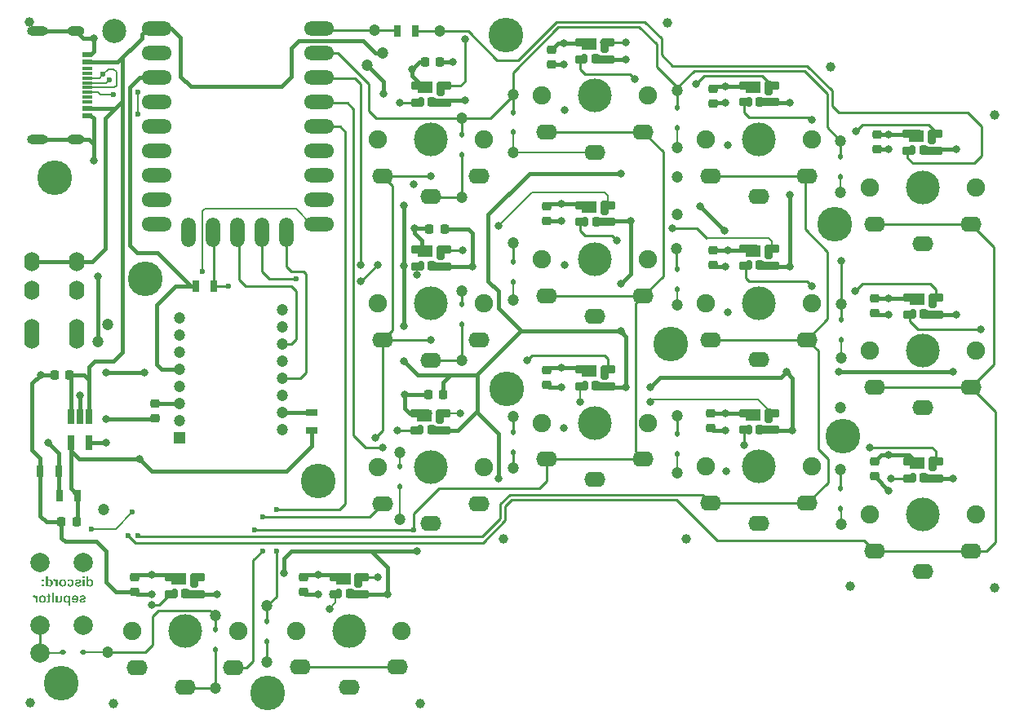
<source format=gbr>
%TF.GenerationSoftware,KiCad,Pcbnew,7.0.2*%
%TF.CreationDate,2024-03-22T10:09:10-05:00*%
%TF.ProjectId,02_capsule5_right,30325f63-6170-4737-956c-65355f726967,v1.0.0*%
%TF.SameCoordinates,Original*%
%TF.FileFunction,Copper,L2,Bot*%
%TF.FilePolarity,Positive*%
%FSLAX46Y46*%
G04 Gerber Fmt 4.6, Leading zero omitted, Abs format (unit mm)*
G04 Created by KiCad (PCBNEW 7.0.2) date 2024-03-22 10:09:10*
%MOMM*%
%LPD*%
G01*
G04 APERTURE LIST*
G04 Aperture macros list*
%AMRoundRect*
0 Rectangle with rounded corners*
0 $1 Rounding radius*
0 $2 $3 $4 $5 $6 $7 $8 $9 X,Y pos of 4 corners*
0 Add a 4 corners polygon primitive as box body*
4,1,4,$2,$3,$4,$5,$6,$7,$8,$9,$2,$3,0*
0 Add four circle primitives for the rounded corners*
1,1,$1+$1,$2,$3*
1,1,$1+$1,$4,$5*
1,1,$1+$1,$6,$7*
1,1,$1+$1,$8,$9*
0 Add four rect primitives between the rounded corners*
20,1,$1+$1,$2,$3,$4,$5,0*
20,1,$1+$1,$4,$5,$6,$7,0*
20,1,$1+$1,$6,$7,$8,$9,0*
20,1,$1+$1,$8,$9,$2,$3,0*%
G04 Aperture macros list end*
%ADD10C,0.200000*%
%TA.AperFunction,NonConductor*%
%ADD11C,0.200000*%
%TD*%
%TA.AperFunction,ComponentPad*%
%ADD12C,2.500000*%
%TD*%
%TA.AperFunction,ComponentPad*%
%ADD13C,1.200000*%
%TD*%
%TA.AperFunction,ComponentPad*%
%ADD14C,2.000000*%
%TD*%
%TA.AperFunction,ComponentPad*%
%ADD15O,3.130000X1.500000*%
%TD*%
%TA.AperFunction,ComponentPad*%
%ADD16O,1.500000X3.090000*%
%TD*%
%TA.AperFunction,ComponentPad*%
%ADD17C,0.400000*%
%TD*%
%TA.AperFunction,ComponentPad*%
%ADD18C,3.600000*%
%TD*%
%TA.AperFunction,ComponentPad*%
%ADD19R,1.200000X1.200000*%
%TD*%
%TA.AperFunction,SMDPad,CuDef*%
%ADD20RoundRect,0.225000X0.250000X-0.225000X0.250000X0.225000X-0.250000X0.225000X-0.250000X-0.225000X0*%
%TD*%
%TA.AperFunction,SMDPad,CuDef*%
%ADD21RoundRect,0.112500X-0.112500X0.187500X-0.112500X-0.187500X0.112500X-0.187500X0.112500X0.187500X0*%
%TD*%
%TA.AperFunction,WasherPad*%
%ADD22C,1.900000*%
%TD*%
%TA.AperFunction,WasherPad*%
%ADD23C,3.500000*%
%TD*%
%TA.AperFunction,ComponentPad*%
%ADD24O,2.200000X1.600000*%
%TD*%
%TA.AperFunction,ComponentPad*%
%ADD25C,1.000000*%
%TD*%
%TA.AperFunction,SMDPad,CuDef*%
%ADD26R,1.300000X0.700000*%
%TD*%
%TA.AperFunction,SMDPad,CuDef*%
%ADD27RoundRect,0.225000X0.225000X0.250000X-0.225000X0.250000X-0.225000X-0.250000X0.225000X-0.250000X0*%
%TD*%
%TA.AperFunction,SMDPad,CuDef*%
%ADD28R,0.700000X1.300000*%
%TD*%
%TA.AperFunction,ComponentPad*%
%ADD29O,1.600000X2.000000*%
%TD*%
%TA.AperFunction,SMDPad,CuDef*%
%ADD30RoundRect,0.199550X0.125450X0.275450X-0.125450X0.275450X-0.125450X-0.275450X0.125450X-0.275450X0*%
%TD*%
%TA.AperFunction,SMDPad,CuDef*%
%ADD31O,1.300000X0.850000*%
%TD*%
%TA.AperFunction,SMDPad,CuDef*%
%ADD32RoundRect,0.199750X0.300250X0.225250X-0.300250X0.225250X-0.300250X-0.225250X0.300250X-0.225250X0*%
%TD*%
%TA.AperFunction,SMDPad,CuDef*%
%ADD33RoundRect,0.200000X0.575000X0.425000X-0.575000X0.425000X-0.575000X-0.425000X0.575000X-0.425000X0*%
%TD*%
%TA.AperFunction,SMDPad,CuDef*%
%ADD34O,2.200000X0.850000*%
%TD*%
%TA.AperFunction,SMDPad,CuDef*%
%ADD35O,1.500000X0.850000*%
%TD*%
%TA.AperFunction,SMDPad,CuDef*%
%ADD36RoundRect,0.212500X0.212500X0.512500X-0.212500X0.512500X-0.212500X-0.512500X0.212500X-0.512500X0*%
%TD*%
%TA.AperFunction,SMDPad,CuDef*%
%ADD37R,1.600000X0.850000*%
%TD*%
%TA.AperFunction,SMDPad,CuDef*%
%ADD38RoundRect,0.205625X0.231875X0.269375X-0.231875X0.269375X-0.231875X-0.269375X0.231875X-0.269375X0*%
%TD*%
%TA.AperFunction,SMDPad,CuDef*%
%ADD39RoundRect,0.225000X-0.250000X0.225000X-0.250000X-0.225000X0.250000X-0.225000X0.250000X0.225000X0*%
%TD*%
%TA.AperFunction,SMDPad,CuDef*%
%ADD40R,1.100000X0.600000*%
%TD*%
%TA.AperFunction,SMDPad,CuDef*%
%ADD41R,1.100000X0.300000*%
%TD*%
%TA.AperFunction,ComponentPad*%
%ADD42O,2.200000X1.000000*%
%TD*%
%TA.AperFunction,ComponentPad*%
%ADD43O,1.800000X1.000000*%
%TD*%
%TA.AperFunction,SMDPad,CuDef*%
%ADD44RoundRect,0.112500X0.187500X0.112500X-0.187500X0.112500X-0.187500X-0.112500X0.187500X-0.112500X0*%
%TD*%
%TA.AperFunction,SMDPad,CuDef*%
%ADD45R,0.650000X1.560000*%
%TD*%
%TA.AperFunction,ViaPad*%
%ADD46C,0.800000*%
%TD*%
%TA.AperFunction,ViaPad*%
%ADD47C,0.600000*%
%TD*%
%TA.AperFunction,Conductor*%
%ADD48C,0.400000*%
%TD*%
%TA.AperFunction,Conductor*%
%ADD49C,0.250000*%
%TD*%
%TA.AperFunction,Conductor*%
%ADD50C,0.200000*%
%TD*%
G04 APERTURE END LIST*
D10*
D11*
G36*
X162922854Y-103551290D02*
G01*
X162934157Y-103538987D01*
X162945717Y-103527477D01*
X162957535Y-103516761D01*
X162969611Y-103506838D01*
X162981944Y-103497710D01*
X162994535Y-103489375D01*
X163007384Y-103481834D01*
X163020490Y-103475087D01*
X163033853Y-103469133D01*
X163047475Y-103463974D01*
X163061354Y-103459608D01*
X163075490Y-103456036D01*
X163089884Y-103453258D01*
X163104536Y-103451273D01*
X163119445Y-103450082D01*
X163134612Y-103449685D01*
X163151073Y-103450064D01*
X163167177Y-103451201D01*
X163182924Y-103453094D01*
X163198314Y-103455746D01*
X163213347Y-103459155D01*
X163228024Y-103463321D01*
X163242343Y-103468245D01*
X163256306Y-103473927D01*
X163269912Y-103480366D01*
X163283161Y-103487562D01*
X163296054Y-103495516D01*
X163308589Y-103504228D01*
X163320768Y-103513697D01*
X163332590Y-103523924D01*
X163344055Y-103534908D01*
X163355163Y-103546650D01*
X163365722Y-103559120D01*
X163375600Y-103572288D01*
X163384796Y-103586154D01*
X163393311Y-103600719D01*
X163401145Y-103615982D01*
X163408298Y-103631944D01*
X163414769Y-103648604D01*
X163420560Y-103665963D01*
X163425669Y-103684019D01*
X163430096Y-103702774D01*
X163432055Y-103712414D01*
X163433843Y-103722228D01*
X163435461Y-103732217D01*
X163436909Y-103742380D01*
X163438186Y-103752718D01*
X163439293Y-103763230D01*
X163440229Y-103773917D01*
X163440996Y-103784779D01*
X163441592Y-103795815D01*
X163442018Y-103807026D01*
X163442273Y-103818412D01*
X163442358Y-103829972D01*
X163442271Y-103841281D01*
X163442008Y-103852433D01*
X163441570Y-103863429D01*
X163440958Y-103874267D01*
X163440170Y-103884949D01*
X163439207Y-103895474D01*
X163438069Y-103905841D01*
X163436756Y-103916052D01*
X163435268Y-103926106D01*
X163433605Y-103936003D01*
X163431766Y-103945742D01*
X163429753Y-103955325D01*
X163425201Y-103974020D01*
X163419949Y-103992088D01*
X163413996Y-104009527D01*
X163407344Y-104026339D01*
X163399991Y-104042523D01*
X163391937Y-104058079D01*
X163383184Y-104073008D01*
X163373730Y-104087308D01*
X163363576Y-104100981D01*
X163352721Y-104114026D01*
X163341375Y-104126330D01*
X163329747Y-104137840D01*
X163317836Y-104148556D01*
X163305643Y-104158478D01*
X163293168Y-104167607D01*
X163280410Y-104175942D01*
X163267370Y-104183483D01*
X163254047Y-104190230D01*
X163240442Y-104196183D01*
X163226554Y-104201343D01*
X163212384Y-104205709D01*
X163197932Y-104209281D01*
X163183197Y-104212059D01*
X163168180Y-104214043D01*
X163152881Y-104215234D01*
X163137299Y-104215631D01*
X163129579Y-104215514D01*
X163118012Y-104214898D01*
X163106463Y-104213753D01*
X163094931Y-104212081D01*
X163083417Y-104209881D01*
X163071919Y-104207152D01*
X163060439Y-104203896D01*
X163048976Y-104200111D01*
X163037529Y-104195799D01*
X163026101Y-104190958D01*
X163014689Y-104185589D01*
X163007150Y-104181677D01*
X162996077Y-104175338D01*
X162985288Y-104168431D01*
X162974782Y-104160958D01*
X162964560Y-104152918D01*
X162954621Y-104144311D01*
X162944965Y-104135138D01*
X162935593Y-104125398D01*
X162926504Y-104115091D01*
X162917698Y-104104217D01*
X162909176Y-104092777D01*
X162909176Y-104200000D01*
X162729902Y-104200000D01*
X162729902Y-103838032D01*
X162922365Y-103838032D01*
X162922411Y-103845362D01*
X162922777Y-103859679D01*
X162923510Y-103873536D01*
X162924609Y-103886933D01*
X162926075Y-103899871D01*
X162927906Y-103912348D01*
X162930105Y-103924365D01*
X162932669Y-103935923D01*
X162935600Y-103947021D01*
X162938897Y-103957659D01*
X162942561Y-103967837D01*
X162946591Y-103977555D01*
X162950987Y-103986813D01*
X162955750Y-103995612D01*
X162960879Y-104003950D01*
X162969260Y-104015596D01*
X162975168Y-104022783D01*
X162984321Y-104032694D01*
X162993821Y-104041562D01*
X163003670Y-104049387D01*
X163013866Y-104056168D01*
X163024409Y-104061906D01*
X163035301Y-104066601D01*
X163046540Y-104070252D01*
X163058127Y-104072861D01*
X163070062Y-104074426D01*
X163082344Y-104074947D01*
X163087559Y-104074870D01*
X163097769Y-104074252D01*
X163107688Y-104073015D01*
X163122018Y-104070001D01*
X163135692Y-104065596D01*
X163148709Y-104059800D01*
X163161068Y-104052613D01*
X163172771Y-104044035D01*
X163180208Y-104037544D01*
X163187353Y-104030434D01*
X163194207Y-104022706D01*
X163200768Y-104014360D01*
X163207037Y-104005395D01*
X163213014Y-103995812D01*
X163214998Y-103992327D01*
X163220570Y-103981078D01*
X163225576Y-103968639D01*
X163230016Y-103955012D01*
X163232660Y-103945266D01*
X163235053Y-103934991D01*
X163237194Y-103924188D01*
X163239083Y-103912857D01*
X163240720Y-103900997D01*
X163242106Y-103888608D01*
X163243239Y-103875691D01*
X163244121Y-103862245D01*
X163244750Y-103848271D01*
X163245128Y-103833768D01*
X163245254Y-103818736D01*
X163245073Y-103804731D01*
X163244529Y-103791168D01*
X163243623Y-103778047D01*
X163242354Y-103765369D01*
X163240722Y-103753134D01*
X163238728Y-103741342D01*
X163236372Y-103729992D01*
X163233653Y-103719085D01*
X163230571Y-103708621D01*
X163227127Y-103698599D01*
X163223320Y-103689021D01*
X163219151Y-103679884D01*
X163214619Y-103671191D01*
X163207141Y-103658981D01*
X163198848Y-103647766D01*
X163192960Y-103640816D01*
X163183804Y-103631231D01*
X163174256Y-103622655D01*
X163164318Y-103615088D01*
X163153988Y-103608530D01*
X163143269Y-103602981D01*
X163132158Y-103598441D01*
X163120657Y-103594910D01*
X163108765Y-103592387D01*
X163096483Y-103590874D01*
X163083810Y-103590369D01*
X163075056Y-103590596D01*
X163062301Y-103591789D01*
X163049997Y-103594002D01*
X163038144Y-103597238D01*
X163026742Y-103601496D01*
X163015790Y-103606775D01*
X163005289Y-103613076D01*
X162995239Y-103620399D01*
X162985640Y-103628744D01*
X162976492Y-103638111D01*
X162967794Y-103648499D01*
X162964999Y-103652189D01*
X162957147Y-103664123D01*
X162952356Y-103672799D01*
X162947919Y-103682052D01*
X162943838Y-103691881D01*
X162940111Y-103702286D01*
X162936739Y-103713267D01*
X162933722Y-103724825D01*
X162931061Y-103736959D01*
X162928754Y-103749669D01*
X162926802Y-103762956D01*
X162925204Y-103776818D01*
X162923962Y-103791257D01*
X162923075Y-103806272D01*
X162922543Y-103821864D01*
X162922365Y-103838032D01*
X162729902Y-103838032D01*
X162729902Y-103183949D01*
X162922854Y-103183949D01*
X162922854Y-103551290D01*
G37*
G36*
X162544277Y-103355896D02*
G01*
X162544277Y-103183949D01*
X162351081Y-103183949D01*
X162351081Y-103355896D01*
X162544277Y-103355896D01*
G37*
G36*
X162544277Y-104200000D02*
G01*
X162544277Y-103465317D01*
X162351081Y-103465317D01*
X162351081Y-104200000D01*
X162544277Y-104200000D01*
G37*
G36*
X162223342Y-103996789D02*
G01*
X162029658Y-103965526D01*
X162027101Y-103975374D01*
X162024102Y-103984766D01*
X162019416Y-103996581D01*
X162013943Y-104007588D01*
X162007684Y-104017785D01*
X162000639Y-104027173D01*
X161992808Y-104035752D01*
X161984191Y-104043522D01*
X161979588Y-104047103D01*
X161969650Y-104053629D01*
X161958766Y-104059285D01*
X161946936Y-104064071D01*
X161937442Y-104067089D01*
X161927415Y-104069618D01*
X161916856Y-104071657D01*
X161905765Y-104073207D01*
X161894142Y-104074267D01*
X161881986Y-104074838D01*
X161873586Y-104074947D01*
X161859897Y-104074705D01*
X161846856Y-104073977D01*
X161834463Y-104072764D01*
X161822719Y-104071066D01*
X161811623Y-104068883D01*
X161801175Y-104066215D01*
X161791376Y-104063061D01*
X161782224Y-104059422D01*
X161771031Y-104053816D01*
X161760990Y-104047348D01*
X161752358Y-104039731D01*
X161745512Y-104031170D01*
X161740451Y-104021665D01*
X161737177Y-104011215D01*
X161735688Y-103999821D01*
X161735589Y-103995812D01*
X161736444Y-103985295D01*
X161739009Y-103975724D01*
X161743937Y-103966087D01*
X161749267Y-103959420D01*
X161757289Y-103953530D01*
X161766901Y-103948630D01*
X161776839Y-103944651D01*
X161788530Y-103940768D01*
X161799145Y-103937730D01*
X161810882Y-103934754D01*
X161813991Y-103934019D01*
X161828418Y-103930807D01*
X161842510Y-103927611D01*
X161856269Y-103924433D01*
X161869694Y-103921273D01*
X161882785Y-103918129D01*
X161895542Y-103915002D01*
X161907965Y-103911893D01*
X161920054Y-103908801D01*
X161931809Y-103905726D01*
X161943230Y-103902668D01*
X161954317Y-103899628D01*
X161965071Y-103896604D01*
X161975490Y-103893598D01*
X161985576Y-103890609D01*
X161995327Y-103887637D01*
X162004745Y-103884682D01*
X162022578Y-103878824D01*
X162039076Y-103873035D01*
X162054238Y-103867314D01*
X162068065Y-103861662D01*
X162080555Y-103856079D01*
X162091711Y-103850564D01*
X162101530Y-103845118D01*
X162110013Y-103839741D01*
X162120483Y-103832141D01*
X162130278Y-103824178D01*
X162139397Y-103815853D01*
X162147841Y-103807165D01*
X162155609Y-103798115D01*
X162162701Y-103788702D01*
X162169118Y-103778927D01*
X162174860Y-103768789D01*
X162179926Y-103758288D01*
X162184317Y-103747425D01*
X162188032Y-103736200D01*
X162191072Y-103724611D01*
X162193436Y-103712661D01*
X162195124Y-103700347D01*
X162196138Y-103687672D01*
X162196475Y-103674633D01*
X162196183Y-103662846D01*
X162195308Y-103651296D01*
X162193848Y-103639986D01*
X162191804Y-103628914D01*
X162189177Y-103618080D01*
X162185965Y-103607485D01*
X162182170Y-103597129D01*
X162177791Y-103587011D01*
X162172828Y-103577132D01*
X162167281Y-103567491D01*
X162161150Y-103558088D01*
X162154435Y-103548924D01*
X162147136Y-103539999D01*
X162139254Y-103531312D01*
X162130787Y-103522864D01*
X162121737Y-103514654D01*
X162112043Y-103506787D01*
X162101705Y-103499427D01*
X162090725Y-103492575D01*
X162079101Y-103486230D01*
X162066835Y-103480393D01*
X162053925Y-103475064D01*
X162040373Y-103470242D01*
X162026177Y-103465928D01*
X162011338Y-103462121D01*
X161995857Y-103458822D01*
X161979732Y-103456030D01*
X161962964Y-103453746D01*
X161945553Y-103451970D01*
X161927499Y-103450701D01*
X161908802Y-103449939D01*
X161889462Y-103449685D01*
X161871048Y-103449886D01*
X161853234Y-103450487D01*
X161836022Y-103451489D01*
X161819410Y-103452891D01*
X161803400Y-103454694D01*
X161787991Y-103456898D01*
X161773183Y-103459503D01*
X161758975Y-103462508D01*
X161745369Y-103465914D01*
X161732364Y-103469721D01*
X161719960Y-103473928D01*
X161708158Y-103478537D01*
X161696956Y-103483546D01*
X161686355Y-103488955D01*
X161676356Y-103494765D01*
X161666957Y-103500976D01*
X161658007Y-103507581D01*
X161649413Y-103514570D01*
X161641177Y-103521945D01*
X161633297Y-103529706D01*
X161625774Y-103537851D01*
X161618608Y-103546383D01*
X161611799Y-103555300D01*
X161605347Y-103564602D01*
X161599251Y-103574289D01*
X161593512Y-103584363D01*
X161588130Y-103594821D01*
X161583105Y-103605665D01*
X161578437Y-103616895D01*
X161574126Y-103628509D01*
X161570171Y-103640510D01*
X161566573Y-103652896D01*
X161748778Y-103684159D01*
X161752037Y-103673133D01*
X161755953Y-103662772D01*
X161760525Y-103653075D01*
X161765753Y-103644042D01*
X161771638Y-103635673D01*
X161778179Y-103627967D01*
X161785377Y-103620926D01*
X161793230Y-103614549D01*
X161801787Y-103608882D01*
X161811213Y-103603971D01*
X161821509Y-103599815D01*
X161832676Y-103596414D01*
X161844712Y-103593770D01*
X161857619Y-103591881D01*
X161867870Y-103590960D01*
X161878611Y-103590464D01*
X161886043Y-103590369D01*
X161899951Y-103590556D01*
X161913099Y-103591116D01*
X161925488Y-103592050D01*
X161937116Y-103593358D01*
X161947985Y-103595038D01*
X161958093Y-103597093D01*
X161970390Y-103600413D01*
X161981335Y-103604397D01*
X161990929Y-103609045D01*
X161995219Y-103611618D01*
X162003785Y-103618676D01*
X162010246Y-103626598D01*
X162014604Y-103635386D01*
X162016858Y-103645038D01*
X162017201Y-103650942D01*
X162015995Y-103660818D01*
X162012377Y-103669931D01*
X162006348Y-103678282D01*
X161999093Y-103684962D01*
X161997906Y-103685868D01*
X161989373Y-103690940D01*
X161980348Y-103695070D01*
X161969074Y-103699478D01*
X161955550Y-103704166D01*
X161945284Y-103707446D01*
X161934018Y-103710850D01*
X161921753Y-103714378D01*
X161908487Y-103718030D01*
X161894222Y-103721807D01*
X161878957Y-103725707D01*
X161862692Y-103729731D01*
X161845427Y-103733879D01*
X161827162Y-103738152D01*
X161817655Y-103740334D01*
X161808113Y-103742533D01*
X161789574Y-103747025D01*
X161771759Y-103751643D01*
X161754670Y-103756386D01*
X161738305Y-103761256D01*
X161722666Y-103766251D01*
X161707752Y-103771373D01*
X161693563Y-103776620D01*
X161680099Y-103781994D01*
X161667361Y-103787493D01*
X161655347Y-103793118D01*
X161644058Y-103798869D01*
X161633495Y-103804746D01*
X161623656Y-103810749D01*
X161614543Y-103816878D01*
X161606155Y-103823133D01*
X161602233Y-103826308D01*
X161594927Y-103832910D01*
X161584853Y-103843414D01*
X161575839Y-103854640D01*
X161567886Y-103866587D01*
X161560993Y-103879255D01*
X161555160Y-103892645D01*
X161551861Y-103901972D01*
X161549033Y-103911619D01*
X161546677Y-103921587D01*
X161544791Y-103931876D01*
X161543377Y-103942485D01*
X161542435Y-103953415D01*
X161541964Y-103964666D01*
X161541905Y-103970411D01*
X161542232Y-103982850D01*
X161543214Y-103995072D01*
X161544850Y-104007076D01*
X161547141Y-104018863D01*
X161550086Y-104030432D01*
X161553685Y-104041784D01*
X161557940Y-104052918D01*
X161562848Y-104063834D01*
X161568412Y-104074533D01*
X161574629Y-104085015D01*
X161581502Y-104095278D01*
X161589028Y-104105325D01*
X161597209Y-104115154D01*
X161606045Y-104124765D01*
X161615535Y-104134159D01*
X161625680Y-104143335D01*
X161636466Y-104152090D01*
X161647879Y-104160280D01*
X161659921Y-104167904D01*
X161672590Y-104174965D01*
X161685887Y-104181460D01*
X161699811Y-104187390D01*
X161714364Y-104192756D01*
X161729544Y-104197557D01*
X161745352Y-104201793D01*
X161761788Y-104205464D01*
X161778852Y-104208571D01*
X161796543Y-104211113D01*
X161814862Y-104213089D01*
X161833809Y-104214501D01*
X161853384Y-104215349D01*
X161863407Y-104215560D01*
X161873586Y-104215631D01*
X161891997Y-104215401D01*
X161909921Y-104214711D01*
X161927359Y-104213562D01*
X161944310Y-104211952D01*
X161960774Y-104209883D01*
X161976752Y-104207353D01*
X161992244Y-104204364D01*
X162007248Y-104200915D01*
X162021766Y-104197007D01*
X162035798Y-104192638D01*
X162049343Y-104187809D01*
X162062401Y-104182521D01*
X162074973Y-104176773D01*
X162087058Y-104170564D01*
X162098657Y-104163896D01*
X162109769Y-104156769D01*
X162120374Y-104149246D01*
X162130511Y-104141393D01*
X162140180Y-104133210D01*
X162149382Y-104124696D01*
X162158117Y-104115853D01*
X162166384Y-104106680D01*
X162174183Y-104097176D01*
X162181516Y-104087342D01*
X162188380Y-104077179D01*
X162194777Y-104066685D01*
X162200707Y-104055861D01*
X162206169Y-104044707D01*
X162211163Y-104033223D01*
X162215690Y-104021408D01*
X162219750Y-104009264D01*
X162223342Y-103996789D01*
G37*
G36*
X160740544Y-103668527D02*
G01*
X160930809Y-103699790D01*
X160932812Y-103689816D01*
X160935248Y-103680318D01*
X160939171Y-103668396D01*
X160943865Y-103657321D01*
X160949330Y-103647094D01*
X160955566Y-103637713D01*
X160962573Y-103629180D01*
X160970351Y-103621494D01*
X160974528Y-103617969D01*
X160983333Y-103611500D01*
X160992770Y-103605894D01*
X161002842Y-103601150D01*
X161013546Y-103597269D01*
X161024884Y-103594251D01*
X161036856Y-103592094D01*
X161049461Y-103590801D01*
X161059331Y-103590396D01*
X161062700Y-103590369D01*
X161075954Y-103590837D01*
X161088698Y-103592241D01*
X161100930Y-103594581D01*
X161112652Y-103597857D01*
X161123862Y-103602069D01*
X161134562Y-103607216D01*
X161144751Y-103613300D01*
X161154429Y-103620320D01*
X161163596Y-103628275D01*
X161172252Y-103637167D01*
X161177739Y-103643614D01*
X161185421Y-103654227D01*
X161192347Y-103666097D01*
X161198518Y-103679225D01*
X161202212Y-103688676D01*
X161205571Y-103698687D01*
X161208593Y-103709256D01*
X161211280Y-103720384D01*
X161213631Y-103732071D01*
X161215646Y-103744318D01*
X161217325Y-103757124D01*
X161218668Y-103770488D01*
X161219676Y-103784412D01*
X161220347Y-103798895D01*
X161220683Y-103813937D01*
X161220725Y-103821667D01*
X161220555Y-103838691D01*
X161220046Y-103855079D01*
X161219197Y-103870832D01*
X161218008Y-103885949D01*
X161216480Y-103900431D01*
X161214612Y-103914277D01*
X161212404Y-103927488D01*
X161209856Y-103940064D01*
X161206969Y-103952004D01*
X161203743Y-103963309D01*
X161200176Y-103973979D01*
X161196270Y-103984012D01*
X161192025Y-103993411D01*
X161187440Y-104002174D01*
X161179925Y-104014128D01*
X161177250Y-104017794D01*
X161168791Y-104028008D01*
X161159808Y-104037217D01*
X161150301Y-104045422D01*
X161140270Y-104052622D01*
X161129716Y-104058817D01*
X161118637Y-104064008D01*
X161107035Y-104068194D01*
X161094910Y-104071375D01*
X161082260Y-104073552D01*
X161069087Y-104074724D01*
X161060013Y-104074947D01*
X161049885Y-104074670D01*
X161040110Y-104073839D01*
X161027623Y-104071870D01*
X161015762Y-104068916D01*
X161004526Y-104064978D01*
X160993917Y-104060055D01*
X160983934Y-104054147D01*
X160974576Y-104047255D01*
X160970132Y-104043440D01*
X160961664Y-104034788D01*
X160953844Y-104024709D01*
X160948405Y-104016214D01*
X160943331Y-104006915D01*
X160938622Y-103996814D01*
X160934278Y-103985909D01*
X160930299Y-103974202D01*
X160926685Y-103961692D01*
X160923435Y-103948379D01*
X160920551Y-103934263D01*
X160731018Y-103965526D01*
X160734924Y-103980769D01*
X160739254Y-103995538D01*
X160744007Y-104009834D01*
X160749184Y-104023656D01*
X160754784Y-104037006D01*
X160760808Y-104049882D01*
X160767256Y-104062285D01*
X160774127Y-104074214D01*
X160781422Y-104085671D01*
X160789141Y-104096654D01*
X160797283Y-104107164D01*
X160805848Y-104117201D01*
X160814838Y-104126765D01*
X160824250Y-104135855D01*
X160834087Y-104144472D01*
X160844347Y-104152616D01*
X160855042Y-104160247D01*
X160866184Y-104167385D01*
X160877772Y-104174032D01*
X160889807Y-104180185D01*
X160902288Y-104185847D01*
X160915216Y-104191016D01*
X160928590Y-104195693D01*
X160942411Y-104199877D01*
X160956678Y-104203570D01*
X160971391Y-104206770D01*
X160986552Y-104209477D01*
X161002158Y-104211693D01*
X161018212Y-104213416D01*
X161034711Y-104214646D01*
X161051658Y-104215385D01*
X161069050Y-104215631D01*
X161078986Y-104215532D01*
X161088795Y-104215235D01*
X161108034Y-104214047D01*
X161126767Y-104212068D01*
X161144995Y-104209296D01*
X161162717Y-104205733D01*
X161179933Y-104201377D01*
X161196643Y-104196230D01*
X161212848Y-104190291D01*
X161228548Y-104183560D01*
X161243741Y-104176037D01*
X161258429Y-104167722D01*
X161272612Y-104158616D01*
X161286288Y-104148717D01*
X161299459Y-104138027D01*
X161312125Y-104126544D01*
X161324284Y-104114270D01*
X161335789Y-104101266D01*
X161346552Y-104087655D01*
X161356573Y-104073438D01*
X161365851Y-104058613D01*
X161374387Y-104043182D01*
X161382181Y-104027144D01*
X161389233Y-104010499D01*
X161395542Y-103993248D01*
X161401109Y-103975390D01*
X161405934Y-103956924D01*
X161410016Y-103937853D01*
X161411779Y-103928089D01*
X161413357Y-103918174D01*
X161414748Y-103908107D01*
X161415954Y-103897888D01*
X161416975Y-103887518D01*
X161417810Y-103876996D01*
X161418460Y-103866322D01*
X161418924Y-103855497D01*
X161419202Y-103844520D01*
X161419295Y-103833391D01*
X161419201Y-103822127D01*
X161418922Y-103811021D01*
X161418455Y-103800071D01*
X161417803Y-103789278D01*
X161416963Y-103778643D01*
X161415937Y-103768164D01*
X161414725Y-103757842D01*
X161413326Y-103747677D01*
X161411741Y-103737669D01*
X161409969Y-103727818D01*
X161408010Y-103718124D01*
X161405865Y-103708587D01*
X161401016Y-103689983D01*
X161395420Y-103672008D01*
X161389078Y-103654660D01*
X161381990Y-103637939D01*
X161374157Y-103621847D01*
X161365577Y-103606383D01*
X161356250Y-103591546D01*
X161346178Y-103577337D01*
X161335360Y-103563755D01*
X161323796Y-103550802D01*
X161311595Y-103538557D01*
X161298868Y-103527103D01*
X161285614Y-103516438D01*
X161271833Y-103506564D01*
X161257526Y-103497479D01*
X161242692Y-103489184D01*
X161227331Y-103481679D01*
X161211444Y-103474965D01*
X161195030Y-103469040D01*
X161178090Y-103463905D01*
X161160622Y-103459560D01*
X161142629Y-103456005D01*
X161124108Y-103453240D01*
X161105061Y-103451265D01*
X161085487Y-103450080D01*
X161075503Y-103449784D01*
X161065387Y-103449685D01*
X161048961Y-103449897D01*
X161032960Y-103450533D01*
X161017384Y-103451592D01*
X161002235Y-103453074D01*
X160987511Y-103454981D01*
X160973212Y-103457310D01*
X160959339Y-103460064D01*
X160945891Y-103463241D01*
X160932869Y-103466842D01*
X160920272Y-103470866D01*
X160908101Y-103475314D01*
X160896355Y-103480185D01*
X160885035Y-103485480D01*
X160874141Y-103491199D01*
X160863672Y-103497341D01*
X160853628Y-103503907D01*
X160843970Y-103510876D01*
X160834657Y-103518287D01*
X160825690Y-103526141D01*
X160817068Y-103534438D01*
X160808792Y-103543177D01*
X160800860Y-103552359D01*
X160793275Y-103561984D01*
X160786034Y-103572051D01*
X160779139Y-103582561D01*
X160772589Y-103593514D01*
X160766385Y-103604909D01*
X160760526Y-103616748D01*
X160755012Y-103629028D01*
X160749844Y-103641752D01*
X160745021Y-103654918D01*
X160740544Y-103668527D01*
G37*
G36*
X160280251Y-103449872D02*
G01*
X160293389Y-103450430D01*
X160306370Y-103451360D01*
X160319194Y-103452662D01*
X160331863Y-103454337D01*
X160344374Y-103456383D01*
X160356730Y-103458802D01*
X160368928Y-103461592D01*
X160380971Y-103464755D01*
X160392856Y-103468290D01*
X160404586Y-103472197D01*
X160416159Y-103476476D01*
X160427575Y-103481127D01*
X160438835Y-103486150D01*
X160449939Y-103491545D01*
X160460886Y-103497313D01*
X160471600Y-103503433D01*
X160482005Y-103509888D01*
X160492101Y-103516676D01*
X160501888Y-103523798D01*
X160511366Y-103531254D01*
X160520534Y-103539044D01*
X160529394Y-103547168D01*
X160537944Y-103555626D01*
X160546186Y-103564418D01*
X160554118Y-103573543D01*
X160561741Y-103583003D01*
X160569055Y-103592797D01*
X160576060Y-103602924D01*
X160582755Y-103613385D01*
X160589142Y-103624181D01*
X160595219Y-103635310D01*
X160600957Y-103646631D01*
X160606325Y-103658002D01*
X160611322Y-103669422D01*
X160615949Y-103680892D01*
X160620207Y-103692411D01*
X160624093Y-103703980D01*
X160627610Y-103715599D01*
X160630757Y-103727267D01*
X160633533Y-103738985D01*
X160635939Y-103750753D01*
X160637975Y-103762570D01*
X160639641Y-103774437D01*
X160640937Y-103786353D01*
X160641862Y-103798319D01*
X160642417Y-103810335D01*
X160642602Y-103822400D01*
X160642417Y-103838034D01*
X160641862Y-103853369D01*
X160640937Y-103868405D01*
X160639641Y-103883140D01*
X160637975Y-103897576D01*
X160635939Y-103911713D01*
X160633533Y-103925550D01*
X160630757Y-103939087D01*
X160627610Y-103952325D01*
X160624093Y-103965263D01*
X160620207Y-103977902D01*
X160615949Y-103990241D01*
X160611322Y-104002280D01*
X160606325Y-104014020D01*
X160600957Y-104025460D01*
X160595219Y-104036601D01*
X160589127Y-104047427D01*
X160582694Y-104057923D01*
X160575922Y-104068088D01*
X160568811Y-104077924D01*
X160561359Y-104087429D01*
X160553568Y-104096605D01*
X160545438Y-104105450D01*
X160536967Y-104113965D01*
X160528157Y-104122150D01*
X160519008Y-104130005D01*
X160509519Y-104137530D01*
X160499690Y-104144724D01*
X160489521Y-104151589D01*
X160479013Y-104158123D01*
X160468165Y-104164328D01*
X160456978Y-104170202D01*
X160445554Y-104175703D01*
X160434057Y-104180849D01*
X160422488Y-104185641D01*
X160410846Y-104190077D01*
X160399132Y-104194159D01*
X160387346Y-104197885D01*
X160375487Y-104201257D01*
X160363555Y-104204274D01*
X160351551Y-104206936D01*
X160339474Y-104209243D01*
X160327325Y-104211195D01*
X160315103Y-104212792D01*
X160302809Y-104214034D01*
X160290442Y-104214921D01*
X160278003Y-104215454D01*
X160265491Y-104215631D01*
X160255425Y-104215524D01*
X160245465Y-104215204D01*
X160235614Y-104214669D01*
X160225871Y-104213921D01*
X160206707Y-104211784D01*
X160187975Y-104208792D01*
X160169674Y-104204945D01*
X160151804Y-104200244D01*
X160134366Y-104194687D01*
X160117358Y-104188276D01*
X160100782Y-104181010D01*
X160084637Y-104172889D01*
X160068924Y-104163913D01*
X160053641Y-104154082D01*
X160038790Y-104143396D01*
X160024370Y-104131856D01*
X160010382Y-104119460D01*
X159996824Y-104106210D01*
X159983870Y-104092311D01*
X159971751Y-104077970D01*
X159960468Y-104063185D01*
X159950021Y-104047958D01*
X159940410Y-104032289D01*
X159931634Y-104016176D01*
X159923695Y-103999621D01*
X159916591Y-103982623D01*
X159910322Y-103965183D01*
X159904890Y-103947300D01*
X159900293Y-103928974D01*
X159896532Y-103910205D01*
X159893607Y-103890994D01*
X159892458Y-103881223D01*
X159891518Y-103871340D01*
X159890786Y-103861347D01*
X159890264Y-103851244D01*
X159889950Y-103841029D01*
X159889851Y-103831193D01*
X160088415Y-103831193D01*
X160088616Y-103845841D01*
X160089217Y-103860048D01*
X160090219Y-103873814D01*
X160091621Y-103887140D01*
X160093424Y-103900024D01*
X160095628Y-103912468D01*
X160098233Y-103924472D01*
X160101238Y-103936034D01*
X160104644Y-103947156D01*
X160108451Y-103957837D01*
X160112658Y-103968077D01*
X160117267Y-103977876D01*
X160122275Y-103987234D01*
X160127685Y-103996152D01*
X160133495Y-104004629D01*
X160139706Y-104012665D01*
X160146183Y-104020207D01*
X160156255Y-104030608D01*
X160166756Y-104039914D01*
X160177687Y-104048125D01*
X160189047Y-104055241D01*
X160200837Y-104061262D01*
X160213056Y-104066189D01*
X160225704Y-104070021D01*
X160238781Y-104072758D01*
X160252288Y-104074400D01*
X160266224Y-104074947D01*
X160280165Y-104074400D01*
X160293684Y-104072758D01*
X160306783Y-104070021D01*
X160319462Y-104066189D01*
X160331719Y-104061262D01*
X160343556Y-104055241D01*
X160354972Y-104048125D01*
X160365967Y-104039914D01*
X160376541Y-104030608D01*
X160386695Y-104020207D01*
X160393230Y-104012665D01*
X160399471Y-104004635D01*
X160405309Y-103996175D01*
X160410744Y-103987286D01*
X160415777Y-103977967D01*
X160420407Y-103968220D01*
X160424635Y-103958043D01*
X160428460Y-103947436D01*
X160431882Y-103936400D01*
X160434902Y-103924935D01*
X160437519Y-103913041D01*
X160439733Y-103900717D01*
X160441545Y-103887964D01*
X160442954Y-103874782D01*
X160443960Y-103861170D01*
X160444564Y-103847129D01*
X160444766Y-103832658D01*
X160444564Y-103818189D01*
X160443960Y-103804151D01*
X160442954Y-103790544D01*
X160441545Y-103777368D01*
X160439733Y-103764623D01*
X160437519Y-103752310D01*
X160434902Y-103740428D01*
X160431882Y-103728977D01*
X160428460Y-103717958D01*
X160424635Y-103707369D01*
X160420407Y-103697212D01*
X160415777Y-103687486D01*
X160410744Y-103678192D01*
X160405309Y-103669328D01*
X160399471Y-103660896D01*
X160393230Y-103652896D01*
X160386695Y-103645324D01*
X160376541Y-103634883D01*
X160365967Y-103625540D01*
X160354972Y-103617297D01*
X160343556Y-103610153D01*
X160331719Y-103604108D01*
X160319462Y-103599162D01*
X160306783Y-103595315D01*
X160293684Y-103592568D01*
X160280165Y-103590919D01*
X160266224Y-103590369D01*
X160252288Y-103590919D01*
X160238781Y-103592568D01*
X160225704Y-103595315D01*
X160213056Y-103599162D01*
X160200837Y-103604108D01*
X160189047Y-103610153D01*
X160177687Y-103617297D01*
X160166756Y-103625540D01*
X160156255Y-103634883D01*
X160146183Y-103645324D01*
X160139706Y-103652896D01*
X160133495Y-103660891D01*
X160127685Y-103669306D01*
X160122275Y-103678140D01*
X160117267Y-103687395D01*
X160112658Y-103697069D01*
X160108451Y-103707163D01*
X160104644Y-103717677D01*
X160101238Y-103728611D01*
X160098233Y-103739964D01*
X160095628Y-103751738D01*
X160093424Y-103763931D01*
X160091621Y-103776543D01*
X160090219Y-103789576D01*
X160089217Y-103803029D01*
X160088616Y-103816901D01*
X160088415Y-103831193D01*
X159889851Y-103831193D01*
X159889846Y-103830704D01*
X159889949Y-103820441D01*
X159890259Y-103810289D01*
X159890775Y-103800249D01*
X159891498Y-103790320D01*
X159892428Y-103780503D01*
X159893564Y-103770798D01*
X159896456Y-103751722D01*
X159900174Y-103733093D01*
X159904718Y-103714910D01*
X159910089Y-103697174D01*
X159916285Y-103679884D01*
X159923308Y-103663041D01*
X159931157Y-103646644D01*
X159939833Y-103630694D01*
X159949334Y-103615191D01*
X159959662Y-103600133D01*
X159970816Y-103585523D01*
X159982797Y-103571358D01*
X159995603Y-103557641D01*
X160009057Y-103544568D01*
X160022977Y-103532339D01*
X160037366Y-103520953D01*
X160052222Y-103510410D01*
X160067545Y-103500711D01*
X160083336Y-103491856D01*
X160099594Y-103483843D01*
X160116320Y-103476674D01*
X160133514Y-103470349D01*
X160151174Y-103464867D01*
X160169303Y-103460228D01*
X160187899Y-103456433D01*
X160206962Y-103453481D01*
X160216669Y-103452321D01*
X160226493Y-103451372D01*
X160236433Y-103450634D01*
X160246491Y-103450107D01*
X160256666Y-103449791D01*
X160266957Y-103449685D01*
X160280251Y-103449872D01*
G37*
G36*
X159558408Y-104200000D02*
G01*
X159751360Y-104200000D01*
X159751360Y-103465317D01*
X159572086Y-103465317D01*
X159572086Y-103569120D01*
X159566383Y-103560128D01*
X159560752Y-103551531D01*
X159555193Y-103543329D01*
X159546992Y-103531766D01*
X159538953Y-103521092D01*
X159531078Y-103511307D01*
X159523365Y-103502410D01*
X159515816Y-103494403D01*
X159508430Y-103487284D01*
X159498836Y-103479174D01*
X159489532Y-103472644D01*
X159480155Y-103467263D01*
X159470466Y-103462600D01*
X159460463Y-103458654D01*
X159450148Y-103455425D01*
X159439519Y-103452914D01*
X159428578Y-103451120D01*
X159417324Y-103450044D01*
X159405757Y-103449685D01*
X159393435Y-103450033D01*
X159381199Y-103451077D01*
X159369049Y-103452815D01*
X159356984Y-103455250D01*
X159345006Y-103458379D01*
X159333113Y-103462205D01*
X159321307Y-103466726D01*
X159309586Y-103471942D01*
X159297951Y-103477854D01*
X159286402Y-103484461D01*
X159278750Y-103489253D01*
X159338590Y-103669016D01*
X159347687Y-103663341D01*
X159356659Y-103658225D01*
X159365507Y-103653667D01*
X159377110Y-103648458D01*
X159388492Y-103644241D01*
X159399653Y-103641016D01*
X159410593Y-103638783D01*
X159421311Y-103637543D01*
X159429204Y-103637264D01*
X159439149Y-103637607D01*
X159451044Y-103639003D01*
X159462343Y-103641471D01*
X159473045Y-103645013D01*
X159483151Y-103649629D01*
X159492661Y-103655317D01*
X159498080Y-103659246D01*
X159506566Y-103666980D01*
X159512933Y-103674412D01*
X159518927Y-103682951D01*
X159524546Y-103692597D01*
X159529792Y-103703349D01*
X159534663Y-103715208D01*
X159538071Y-103724829D01*
X159541269Y-103735072D01*
X159542288Y-103738625D01*
X159545169Y-103750446D01*
X159547767Y-103764479D01*
X159549341Y-103775063D01*
X159550789Y-103786629D01*
X159552112Y-103799178D01*
X159553308Y-103812710D01*
X159554378Y-103827224D01*
X159555323Y-103842721D01*
X159556142Y-103859201D01*
X159556834Y-103876663D01*
X159557401Y-103895108D01*
X159557842Y-103914536D01*
X159558015Y-103924618D01*
X159558157Y-103934946D01*
X159558267Y-103945520D01*
X159558345Y-103956340D01*
X159558393Y-103967405D01*
X159558408Y-103978715D01*
X159558408Y-104200000D01*
G37*
G36*
X158722854Y-103551290D02*
G01*
X158734157Y-103538987D01*
X158745717Y-103527477D01*
X158757535Y-103516761D01*
X158769611Y-103506838D01*
X158781944Y-103497710D01*
X158794535Y-103489375D01*
X158807384Y-103481834D01*
X158820490Y-103475087D01*
X158833853Y-103469133D01*
X158847475Y-103463974D01*
X158861354Y-103459608D01*
X158875490Y-103456036D01*
X158889884Y-103453258D01*
X158904536Y-103451273D01*
X158919445Y-103450082D01*
X158934612Y-103449685D01*
X158951073Y-103450064D01*
X158967177Y-103451201D01*
X158982924Y-103453094D01*
X158998314Y-103455746D01*
X159013347Y-103459155D01*
X159028024Y-103463321D01*
X159042343Y-103468245D01*
X159056306Y-103473927D01*
X159069912Y-103480366D01*
X159083161Y-103487562D01*
X159096054Y-103495516D01*
X159108589Y-103504228D01*
X159120768Y-103513697D01*
X159132590Y-103523924D01*
X159144055Y-103534908D01*
X159155163Y-103546650D01*
X159165722Y-103559120D01*
X159175600Y-103572288D01*
X159184796Y-103586154D01*
X159193311Y-103600719D01*
X159201145Y-103615982D01*
X159208298Y-103631944D01*
X159214769Y-103648604D01*
X159220560Y-103665963D01*
X159225669Y-103684019D01*
X159230096Y-103702774D01*
X159232055Y-103712414D01*
X159233843Y-103722228D01*
X159235461Y-103732217D01*
X159236909Y-103742380D01*
X159238186Y-103752718D01*
X159239293Y-103763230D01*
X159240229Y-103773917D01*
X159240996Y-103784779D01*
X159241592Y-103795815D01*
X159242018Y-103807026D01*
X159242273Y-103818412D01*
X159242358Y-103829972D01*
X159242271Y-103841281D01*
X159242008Y-103852433D01*
X159241570Y-103863429D01*
X159240958Y-103874267D01*
X159240170Y-103884949D01*
X159239207Y-103895474D01*
X159238069Y-103905841D01*
X159236756Y-103916052D01*
X159235268Y-103926106D01*
X159233605Y-103936003D01*
X159231766Y-103945742D01*
X159229753Y-103955325D01*
X159225201Y-103974020D01*
X159219949Y-103992088D01*
X159213996Y-104009527D01*
X159207344Y-104026339D01*
X159199991Y-104042523D01*
X159191937Y-104058079D01*
X159183184Y-104073008D01*
X159173730Y-104087308D01*
X159163576Y-104100981D01*
X159152721Y-104114026D01*
X159141375Y-104126330D01*
X159129747Y-104137840D01*
X159117836Y-104148556D01*
X159105643Y-104158478D01*
X159093168Y-104167607D01*
X159080410Y-104175942D01*
X159067370Y-104183483D01*
X159054047Y-104190230D01*
X159040442Y-104196183D01*
X159026554Y-104201343D01*
X159012384Y-104205709D01*
X158997932Y-104209281D01*
X158983197Y-104212059D01*
X158968180Y-104214043D01*
X158952881Y-104215234D01*
X158937299Y-104215631D01*
X158929579Y-104215514D01*
X158918012Y-104214898D01*
X158906463Y-104213753D01*
X158894931Y-104212081D01*
X158883417Y-104209881D01*
X158871919Y-104207152D01*
X158860439Y-104203896D01*
X158848976Y-104200111D01*
X158837529Y-104195799D01*
X158826101Y-104190958D01*
X158814689Y-104185589D01*
X158807150Y-104181677D01*
X158796077Y-104175338D01*
X158785288Y-104168431D01*
X158774782Y-104160958D01*
X158764560Y-104152918D01*
X158754621Y-104144311D01*
X158744965Y-104135138D01*
X158735593Y-104125398D01*
X158726504Y-104115091D01*
X158717698Y-104104217D01*
X158709176Y-104092777D01*
X158709176Y-104200000D01*
X158529902Y-104200000D01*
X158529902Y-103838032D01*
X158722365Y-103838032D01*
X158722411Y-103845362D01*
X158722777Y-103859679D01*
X158723510Y-103873536D01*
X158724609Y-103886933D01*
X158726075Y-103899871D01*
X158727906Y-103912348D01*
X158730105Y-103924365D01*
X158732669Y-103935923D01*
X158735600Y-103947021D01*
X158738897Y-103957659D01*
X158742561Y-103967837D01*
X158746591Y-103977555D01*
X158750987Y-103986813D01*
X158755750Y-103995612D01*
X158760879Y-104003950D01*
X158769260Y-104015596D01*
X158775168Y-104022783D01*
X158784321Y-104032694D01*
X158793821Y-104041562D01*
X158803670Y-104049387D01*
X158813866Y-104056168D01*
X158824409Y-104061906D01*
X158835301Y-104066601D01*
X158846540Y-104070252D01*
X158858127Y-104072861D01*
X158870062Y-104074426D01*
X158882344Y-104074947D01*
X158887559Y-104074870D01*
X158897769Y-104074252D01*
X158907688Y-104073015D01*
X158922018Y-104070001D01*
X158935692Y-104065596D01*
X158948709Y-104059800D01*
X158961068Y-104052613D01*
X158972771Y-104044035D01*
X158980208Y-104037544D01*
X158987353Y-104030434D01*
X158994207Y-104022706D01*
X159000768Y-104014360D01*
X159007037Y-104005395D01*
X159013014Y-103995812D01*
X159014998Y-103992327D01*
X159020570Y-103981078D01*
X159025576Y-103968639D01*
X159030016Y-103955012D01*
X159032660Y-103945266D01*
X159035053Y-103934991D01*
X159037194Y-103924188D01*
X159039083Y-103912857D01*
X159040720Y-103900997D01*
X159042106Y-103888608D01*
X159043239Y-103875691D01*
X159044121Y-103862245D01*
X159044750Y-103848271D01*
X159045128Y-103833768D01*
X159045254Y-103818736D01*
X159045073Y-103804731D01*
X159044529Y-103791168D01*
X159043623Y-103778047D01*
X159042354Y-103765369D01*
X159040722Y-103753134D01*
X159038728Y-103741342D01*
X159036372Y-103729992D01*
X159033653Y-103719085D01*
X159030571Y-103708621D01*
X159027127Y-103698599D01*
X159023320Y-103689021D01*
X159019151Y-103679884D01*
X159014619Y-103671191D01*
X159007141Y-103658981D01*
X158998848Y-103647766D01*
X158992960Y-103640816D01*
X158983804Y-103631231D01*
X158974256Y-103622655D01*
X158964318Y-103615088D01*
X158953988Y-103608530D01*
X158943269Y-103602981D01*
X158932158Y-103598441D01*
X158920657Y-103594910D01*
X158908765Y-103592387D01*
X158896483Y-103590874D01*
X158883810Y-103590369D01*
X158875056Y-103590596D01*
X158862301Y-103591789D01*
X158849997Y-103594002D01*
X158838144Y-103597238D01*
X158826742Y-103601496D01*
X158815790Y-103606775D01*
X158805289Y-103613076D01*
X158795239Y-103620399D01*
X158785640Y-103628744D01*
X158776492Y-103638111D01*
X158767794Y-103648499D01*
X158764999Y-103652189D01*
X158757147Y-103664123D01*
X158752356Y-103672799D01*
X158747919Y-103682052D01*
X158743838Y-103691881D01*
X158740111Y-103702286D01*
X158736739Y-103713267D01*
X158733722Y-103724825D01*
X158731061Y-103736959D01*
X158728754Y-103749669D01*
X158726802Y-103762956D01*
X158725204Y-103776818D01*
X158723962Y-103791257D01*
X158723075Y-103806272D01*
X158722543Y-103821864D01*
X158722365Y-103838032D01*
X158529902Y-103838032D01*
X158529902Y-103183949D01*
X158722854Y-103183949D01*
X158722854Y-103551290D01*
G37*
G36*
X158307152Y-103652896D02*
G01*
X158307152Y-103465317D01*
X158113956Y-103465317D01*
X158113956Y-103652896D01*
X158307152Y-103652896D01*
G37*
G36*
X158307152Y-104200000D02*
G01*
X158307152Y-104012421D01*
X158113956Y-104012421D01*
X158113956Y-104200000D01*
X158307152Y-104200000D01*
G37*
G36*
X162689357Y-105676789D02*
G01*
X162495673Y-105645526D01*
X162493116Y-105655374D01*
X162490117Y-105664766D01*
X162485431Y-105676581D01*
X162479958Y-105687588D01*
X162473700Y-105697785D01*
X162466655Y-105707173D01*
X162458824Y-105715752D01*
X162450207Y-105723522D01*
X162445603Y-105727103D01*
X162435665Y-105733629D01*
X162424781Y-105739285D01*
X162412951Y-105744071D01*
X162403457Y-105747089D01*
X162393431Y-105749618D01*
X162382872Y-105751657D01*
X162371781Y-105753207D01*
X162360157Y-105754267D01*
X162348001Y-105754838D01*
X162339602Y-105754947D01*
X162325912Y-105754705D01*
X162312871Y-105753977D01*
X162300479Y-105752764D01*
X162288734Y-105751066D01*
X162277638Y-105748883D01*
X162267190Y-105746215D01*
X162257391Y-105743061D01*
X162248240Y-105739422D01*
X162237046Y-105733816D01*
X162227006Y-105727348D01*
X162218373Y-105719731D01*
X162211527Y-105711170D01*
X162206466Y-105701665D01*
X162203192Y-105691215D01*
X162201704Y-105679821D01*
X162201605Y-105675812D01*
X162202459Y-105665295D01*
X162205024Y-105655724D01*
X162209953Y-105646087D01*
X162215282Y-105639420D01*
X162223305Y-105633530D01*
X162232916Y-105628630D01*
X162242854Y-105624651D01*
X162254545Y-105620768D01*
X162265160Y-105617730D01*
X162276897Y-105614754D01*
X162280006Y-105614019D01*
X162294433Y-105610807D01*
X162308526Y-105607611D01*
X162322284Y-105604433D01*
X162335709Y-105601273D01*
X162348800Y-105598129D01*
X162361557Y-105595002D01*
X162373980Y-105591893D01*
X162386069Y-105588801D01*
X162397824Y-105585726D01*
X162409245Y-105582668D01*
X162420333Y-105579628D01*
X162431086Y-105576604D01*
X162441505Y-105573598D01*
X162451591Y-105570609D01*
X162461342Y-105567637D01*
X162470760Y-105564682D01*
X162488594Y-105558824D01*
X162505092Y-105553035D01*
X162520254Y-105547314D01*
X162534080Y-105541662D01*
X162546571Y-105536079D01*
X162557726Y-105530564D01*
X162567545Y-105525118D01*
X162576029Y-105519741D01*
X162586499Y-105512141D01*
X162596293Y-105504178D01*
X162605412Y-105495853D01*
X162613856Y-105487165D01*
X162621624Y-105478115D01*
X162628717Y-105468702D01*
X162635134Y-105458927D01*
X162640875Y-105448789D01*
X162645941Y-105438288D01*
X162650332Y-105427425D01*
X162654047Y-105416200D01*
X162657087Y-105404611D01*
X162659451Y-105392661D01*
X162661140Y-105380347D01*
X162662153Y-105367672D01*
X162662491Y-105354633D01*
X162662199Y-105342846D01*
X162661323Y-105331296D01*
X162659863Y-105319986D01*
X162657820Y-105308914D01*
X162655192Y-105298080D01*
X162651981Y-105287485D01*
X162648185Y-105277129D01*
X162643806Y-105267011D01*
X162638843Y-105257132D01*
X162633296Y-105247491D01*
X162627165Y-105238088D01*
X162620450Y-105228924D01*
X162613152Y-105219999D01*
X162605269Y-105211312D01*
X162596803Y-105202864D01*
X162587752Y-105194654D01*
X162578058Y-105186787D01*
X162567721Y-105179427D01*
X162556740Y-105172575D01*
X162545117Y-105166230D01*
X162532850Y-105160393D01*
X162519941Y-105155064D01*
X162506388Y-105150242D01*
X162492192Y-105145928D01*
X162477354Y-105142121D01*
X162461872Y-105138822D01*
X162445747Y-105136030D01*
X162428979Y-105133746D01*
X162411568Y-105131970D01*
X162393515Y-105130701D01*
X162374818Y-105129939D01*
X162355478Y-105129685D01*
X162337063Y-105129886D01*
X162319249Y-105130487D01*
X162302037Y-105131489D01*
X162285426Y-105132891D01*
X162269415Y-105134694D01*
X162254006Y-105136898D01*
X162239198Y-105139503D01*
X162224991Y-105142508D01*
X162211385Y-105145914D01*
X162198380Y-105149721D01*
X162185976Y-105153928D01*
X162174173Y-105158537D01*
X162162971Y-105163546D01*
X162152371Y-105168955D01*
X162142371Y-105174765D01*
X162132972Y-105180976D01*
X162124022Y-105187581D01*
X162115429Y-105194570D01*
X162107192Y-105201945D01*
X162099313Y-105209706D01*
X162091790Y-105217851D01*
X162084624Y-105226383D01*
X162077814Y-105235300D01*
X162071362Y-105244602D01*
X162065266Y-105254289D01*
X162059528Y-105264363D01*
X162054146Y-105274821D01*
X162049121Y-105285665D01*
X162044452Y-105296895D01*
X162040141Y-105308509D01*
X162036186Y-105320510D01*
X162032588Y-105332896D01*
X162214794Y-105364159D01*
X162218053Y-105353133D01*
X162221968Y-105342772D01*
X162226540Y-105333075D01*
X162231769Y-105324042D01*
X162237653Y-105315673D01*
X162244194Y-105307967D01*
X162251392Y-105300926D01*
X162259246Y-105294549D01*
X162267802Y-105288882D01*
X162277228Y-105283971D01*
X162287525Y-105279815D01*
X162298691Y-105276414D01*
X162310728Y-105273770D01*
X162323634Y-105271881D01*
X162333885Y-105270960D01*
X162344626Y-105270464D01*
X162352058Y-105270369D01*
X162365966Y-105270556D01*
X162379115Y-105271116D01*
X162391503Y-105272050D01*
X162403132Y-105273358D01*
X162414000Y-105275038D01*
X162424109Y-105277093D01*
X162436405Y-105280413D01*
X162447350Y-105284397D01*
X162456944Y-105289045D01*
X162461235Y-105291618D01*
X162469800Y-105298676D01*
X162476261Y-105306598D01*
X162480619Y-105315386D01*
X162482873Y-105325038D01*
X162483217Y-105330942D01*
X162482011Y-105340818D01*
X162478393Y-105349931D01*
X162472363Y-105358282D01*
X162465108Y-105364962D01*
X162463921Y-105365868D01*
X162455388Y-105370940D01*
X162446364Y-105375070D01*
X162435089Y-105379478D01*
X162421565Y-105384166D01*
X162411299Y-105387446D01*
X162400034Y-105390850D01*
X162387768Y-105394378D01*
X162374503Y-105398030D01*
X162360237Y-105401807D01*
X162344972Y-105405707D01*
X162328707Y-105409731D01*
X162311442Y-105413879D01*
X162293177Y-105418152D01*
X162283670Y-105420334D01*
X162274128Y-105422533D01*
X162255589Y-105427025D01*
X162237774Y-105431643D01*
X162220685Y-105436386D01*
X162204321Y-105441256D01*
X162188682Y-105446251D01*
X162173768Y-105451373D01*
X162159579Y-105456620D01*
X162146115Y-105461994D01*
X162133376Y-105467493D01*
X162121362Y-105473118D01*
X162110074Y-105478869D01*
X162099510Y-105484746D01*
X162089672Y-105490749D01*
X162080558Y-105496878D01*
X162072170Y-105503133D01*
X162068248Y-105506308D01*
X162060943Y-105512910D01*
X162050868Y-105523414D01*
X162041854Y-105534640D01*
X162033901Y-105546587D01*
X162027008Y-105559255D01*
X162021176Y-105572645D01*
X162017876Y-105581972D01*
X162015049Y-105591619D01*
X162012692Y-105601587D01*
X162010807Y-105611876D01*
X162009393Y-105622485D01*
X162008450Y-105633415D01*
X162007979Y-105644666D01*
X162007920Y-105650411D01*
X162008247Y-105662850D01*
X162009229Y-105675072D01*
X162010865Y-105687076D01*
X162013156Y-105698863D01*
X162016101Y-105710432D01*
X162019701Y-105721784D01*
X162023955Y-105732918D01*
X162028864Y-105743834D01*
X162034427Y-105754533D01*
X162040645Y-105765015D01*
X162047517Y-105775278D01*
X162055044Y-105785325D01*
X162063225Y-105795154D01*
X162072060Y-105804765D01*
X162081551Y-105814159D01*
X162091695Y-105823335D01*
X162102481Y-105832090D01*
X162113895Y-105840280D01*
X162125936Y-105847904D01*
X162138605Y-105854965D01*
X162151902Y-105861460D01*
X162165827Y-105867390D01*
X162180379Y-105872756D01*
X162195560Y-105877557D01*
X162211368Y-105881793D01*
X162227803Y-105885464D01*
X162244867Y-105888571D01*
X162262558Y-105891113D01*
X162280878Y-105893089D01*
X162299824Y-105894501D01*
X162319399Y-105895349D01*
X162329422Y-105895560D01*
X162339602Y-105895631D01*
X162358012Y-105895401D01*
X162375937Y-105894711D01*
X162393374Y-105893562D01*
X162410325Y-105891952D01*
X162426790Y-105889883D01*
X162442768Y-105887353D01*
X162458259Y-105884364D01*
X162473264Y-105880915D01*
X162487782Y-105877007D01*
X162501813Y-105872638D01*
X162515358Y-105867809D01*
X162528417Y-105862521D01*
X162540989Y-105856773D01*
X162553074Y-105850564D01*
X162564672Y-105843896D01*
X162575785Y-105836769D01*
X162586389Y-105829246D01*
X162596526Y-105821393D01*
X162606196Y-105813210D01*
X162615398Y-105804696D01*
X162624132Y-105795853D01*
X162632399Y-105786680D01*
X162640199Y-105777176D01*
X162647531Y-105767342D01*
X162654395Y-105757179D01*
X162660793Y-105746685D01*
X162666722Y-105735861D01*
X162672184Y-105724707D01*
X162677179Y-105713223D01*
X162681706Y-105701408D01*
X162685765Y-105689264D01*
X162689357Y-105676789D01*
G37*
G36*
X161582313Y-105130089D02*
G01*
X161599859Y-105131300D01*
X161617011Y-105133318D01*
X161633770Y-105136143D01*
X161650137Y-105139775D01*
X161666110Y-105144214D01*
X161681690Y-105149461D01*
X161696877Y-105155514D01*
X161711671Y-105162375D01*
X161726071Y-105170043D01*
X161740079Y-105178518D01*
X161753694Y-105187800D01*
X161766915Y-105197889D01*
X161779744Y-105208786D01*
X161792179Y-105220489D01*
X161804221Y-105233000D01*
X161815697Y-105246193D01*
X161826432Y-105260004D01*
X161836427Y-105274434D01*
X161845682Y-105289481D01*
X161854196Y-105305147D01*
X161861970Y-105321431D01*
X161869003Y-105338334D01*
X161875296Y-105355854D01*
X161880849Y-105373993D01*
X161885661Y-105392750D01*
X161887790Y-105402361D01*
X161889733Y-105412126D01*
X161891491Y-105422045D01*
X161893065Y-105432119D01*
X161894453Y-105442348D01*
X161895656Y-105452731D01*
X161896674Y-105463269D01*
X161897507Y-105473961D01*
X161898155Y-105484808D01*
X161898617Y-105495809D01*
X161898895Y-105506965D01*
X161898988Y-105518276D01*
X161898706Y-105537123D01*
X161897862Y-105555561D01*
X161896455Y-105573591D01*
X161894484Y-105591213D01*
X161891951Y-105608426D01*
X161888855Y-105625231D01*
X161885197Y-105641628D01*
X161880975Y-105657616D01*
X161876190Y-105673196D01*
X161870842Y-105688368D01*
X161864932Y-105703131D01*
X161858459Y-105717486D01*
X161851422Y-105731433D01*
X161843823Y-105744971D01*
X161835661Y-105758101D01*
X161826936Y-105770823D01*
X161815130Y-105785936D01*
X161802550Y-105800075D01*
X161789195Y-105813238D01*
X161775065Y-105825426D01*
X161760160Y-105836640D01*
X161744481Y-105846878D01*
X161728027Y-105856141D01*
X161710799Y-105864429D01*
X161692795Y-105871742D01*
X161683503Y-105875033D01*
X161674017Y-105878080D01*
X161664338Y-105880883D01*
X161654464Y-105883443D01*
X161644397Y-105885759D01*
X161634137Y-105887831D01*
X161623683Y-105889659D01*
X161613035Y-105891243D01*
X161602193Y-105892584D01*
X161591158Y-105893681D01*
X161579929Y-105894534D01*
X161568506Y-105895144D01*
X161556890Y-105895509D01*
X161545080Y-105895631D01*
X161530216Y-105895429D01*
X161515668Y-105894822D01*
X161501434Y-105893811D01*
X161487515Y-105892395D01*
X161473911Y-105890574D01*
X161460621Y-105888350D01*
X161447647Y-105885720D01*
X161434987Y-105882686D01*
X161422643Y-105879248D01*
X161410613Y-105875405D01*
X161398898Y-105871157D01*
X161387497Y-105866505D01*
X161376412Y-105861448D01*
X161365641Y-105855987D01*
X161355186Y-105850122D01*
X161345045Y-105843852D01*
X161335199Y-105837164D01*
X161325689Y-105830105D01*
X161316514Y-105822677D01*
X161307676Y-105814878D01*
X161299173Y-105806709D01*
X161291006Y-105798171D01*
X161283175Y-105789261D01*
X161275680Y-105779982D01*
X161268521Y-105770333D01*
X161261697Y-105760313D01*
X161255209Y-105749923D01*
X161249057Y-105739163D01*
X161243241Y-105728033D01*
X161237761Y-105716532D01*
X161232617Y-105704662D01*
X161227808Y-105692421D01*
X161420272Y-105661158D01*
X161423381Y-105670170D01*
X161427942Y-105681446D01*
X161432976Y-105691874D01*
X161438483Y-105701454D01*
X161444463Y-105710188D01*
X161450916Y-105718074D01*
X161457843Y-105725114D01*
X161467166Y-105732721D01*
X161471069Y-105735413D01*
X161481320Y-105741381D01*
X161492274Y-105746265D01*
X161501543Y-105749391D01*
X161511264Y-105751822D01*
X161521434Y-105753558D01*
X161532055Y-105754600D01*
X161543126Y-105754947D01*
X161551375Y-105754754D01*
X161563426Y-105753743D01*
X161575091Y-105751864D01*
X161586370Y-105749117D01*
X161597262Y-105745504D01*
X161607768Y-105741023D01*
X161617887Y-105735675D01*
X161627620Y-105729460D01*
X161636967Y-105722377D01*
X161645927Y-105714427D01*
X161654501Y-105705610D01*
X161657252Y-105702488D01*
X161665007Y-105692658D01*
X161672010Y-105682132D01*
X161678262Y-105670910D01*
X161683762Y-105658994D01*
X161688511Y-105646381D01*
X161692509Y-105633073D01*
X161695756Y-105619070D01*
X161697503Y-105609348D01*
X161698916Y-105599317D01*
X161699995Y-105588977D01*
X161700740Y-105578327D01*
X161701151Y-105567369D01*
X161217550Y-105567369D01*
X161217387Y-105553589D01*
X161217416Y-105540033D01*
X161217637Y-105526702D01*
X161218050Y-105513593D01*
X161218656Y-105500709D01*
X161219453Y-105488048D01*
X161220444Y-105475611D01*
X161221626Y-105463398D01*
X161223000Y-105451408D01*
X161224211Y-105442316D01*
X161409281Y-105442316D01*
X161697732Y-105442316D01*
X161697659Y-105432523D01*
X161696935Y-105418315D01*
X161695472Y-105404688D01*
X161693271Y-105391640D01*
X161690332Y-105379171D01*
X161686654Y-105367282D01*
X161682237Y-105355973D01*
X161677083Y-105345243D01*
X161671189Y-105335093D01*
X161664557Y-105325522D01*
X161657187Y-105316531D01*
X161651943Y-105310941D01*
X161643757Y-105303233D01*
X161635190Y-105296335D01*
X161626241Y-105290250D01*
X161616909Y-105284975D01*
X161607195Y-105280512D01*
X161597100Y-105276861D01*
X161586622Y-105274021D01*
X161575762Y-105271992D01*
X161564520Y-105270775D01*
X161552896Y-105270369D01*
X161545577Y-105270541D01*
X161534860Y-105271443D01*
X161524456Y-105273117D01*
X161514366Y-105275564D01*
X161504590Y-105278784D01*
X161495127Y-105282777D01*
X161485977Y-105287543D01*
X161477140Y-105293081D01*
X161468617Y-105299392D01*
X161460408Y-105306476D01*
X161452512Y-105314333D01*
X161447506Y-105319956D01*
X161440573Y-105328985D01*
X161434331Y-105338727D01*
X161428780Y-105349181D01*
X161423921Y-105360348D01*
X161419753Y-105372228D01*
X161416276Y-105384820D01*
X161413490Y-105398125D01*
X161411396Y-105412143D01*
X161410384Y-105421884D01*
X161409679Y-105431942D01*
X161409281Y-105442316D01*
X161224211Y-105442316D01*
X161224567Y-105439642D01*
X161226326Y-105428100D01*
X161228278Y-105416781D01*
X161230421Y-105405687D01*
X161232757Y-105394816D01*
X161235285Y-105384169D01*
X161238005Y-105373745D01*
X161240918Y-105363545D01*
X161244023Y-105353569D01*
X161247320Y-105343817D01*
X161250809Y-105334288D01*
X161254491Y-105324984D01*
X161258364Y-105315903D01*
X161266689Y-105298411D01*
X161275782Y-105281815D01*
X161285644Y-105266114D01*
X161296275Y-105251308D01*
X161307676Y-105237397D01*
X161313620Y-105230770D01*
X161325910Y-105218147D01*
X161338737Y-105206367D01*
X161352100Y-105195427D01*
X161365998Y-105185329D01*
X161380434Y-105176073D01*
X161395405Y-105167658D01*
X161410912Y-105160084D01*
X161426956Y-105153352D01*
X161443536Y-105147462D01*
X161460652Y-105142413D01*
X161478304Y-105138206D01*
X161496493Y-105134840D01*
X161515217Y-105132315D01*
X161534478Y-105130632D01*
X161544310Y-105130106D01*
X161554275Y-105129791D01*
X161564375Y-105129685D01*
X161582313Y-105130089D01*
G37*
G36*
X160671189Y-105129818D02*
G01*
X160684571Y-105130514D01*
X160697725Y-105131807D01*
X160710651Y-105133697D01*
X160723350Y-105136184D01*
X160735822Y-105139267D01*
X160748066Y-105142947D01*
X160760082Y-105147224D01*
X160771871Y-105152098D01*
X160783432Y-105157568D01*
X160794766Y-105163635D01*
X160802148Y-105167961D01*
X160812857Y-105174757D01*
X160823128Y-105181923D01*
X160832962Y-105189458D01*
X160842357Y-105197362D01*
X160851314Y-105205635D01*
X160859834Y-105214277D01*
X160867915Y-105223289D01*
X160875559Y-105232670D01*
X160882764Y-105242420D01*
X160889532Y-105252540D01*
X160889532Y-105145317D01*
X161069539Y-105145317D01*
X161069539Y-106161367D01*
X160876587Y-106161367D01*
X160876587Y-105789141D01*
X160869829Y-105796304D01*
X160859768Y-105806548D01*
X160849797Y-105816191D01*
X160839916Y-105825233D01*
X160830125Y-105833674D01*
X160820424Y-105841513D01*
X160810813Y-105848752D01*
X160801293Y-105855389D01*
X160791862Y-105861426D01*
X160782522Y-105866861D01*
X160773272Y-105871695D01*
X160767062Y-105874594D01*
X160757586Y-105878591D01*
X160747917Y-105882167D01*
X160738054Y-105885323D01*
X160727999Y-105888058D01*
X160717750Y-105890372D01*
X160707308Y-105892265D01*
X160696672Y-105893738D01*
X160685844Y-105894790D01*
X160674822Y-105895421D01*
X160663607Y-105895631D01*
X160647850Y-105895234D01*
X160632390Y-105894043D01*
X160617228Y-105892059D01*
X160602363Y-105889281D01*
X160587797Y-105885709D01*
X160573528Y-105881343D01*
X160559556Y-105876183D01*
X160545882Y-105870230D01*
X160532506Y-105863483D01*
X160519428Y-105855942D01*
X160506647Y-105847607D01*
X160494164Y-105838478D01*
X160481978Y-105828556D01*
X160470091Y-105817840D01*
X160458501Y-105806330D01*
X160447208Y-105794026D01*
X160436383Y-105780975D01*
X160426257Y-105767285D01*
X160416829Y-105752956D01*
X160408099Y-105737988D01*
X160400067Y-105722380D01*
X160392734Y-105706133D01*
X160386100Y-105689247D01*
X160380163Y-105671721D01*
X160374926Y-105653557D01*
X160370386Y-105634753D01*
X160368378Y-105625111D01*
X160366545Y-105615310D01*
X160364886Y-105605349D01*
X160363402Y-105595228D01*
X160362093Y-105584947D01*
X160360958Y-105574506D01*
X160359998Y-105563906D01*
X160359212Y-105553145D01*
X160358601Y-105542225D01*
X160358164Y-105531145D01*
X160357903Y-105519906D01*
X160357828Y-105510216D01*
X160554431Y-105510216D01*
X160554605Y-105526233D01*
X160555129Y-105541677D01*
X160556002Y-105556549D01*
X160557224Y-105570849D01*
X160558796Y-105584576D01*
X160560716Y-105597731D01*
X160562986Y-105610313D01*
X160565605Y-105622323D01*
X160568573Y-105633761D01*
X160571890Y-105644626D01*
X160575557Y-105654918D01*
X160579573Y-105664638D01*
X160583937Y-105673786D01*
X160591139Y-105686434D01*
X160599127Y-105697794D01*
X160604773Y-105704715D01*
X160613579Y-105714259D01*
X160622788Y-105722799D01*
X160632401Y-105730333D01*
X160642417Y-105736864D01*
X160652837Y-105742389D01*
X160663661Y-105746910D01*
X160674888Y-105750426D01*
X160686518Y-105752938D01*
X160698553Y-105754445D01*
X160710990Y-105754947D01*
X160719670Y-105754704D01*
X160732377Y-105753427D01*
X160744711Y-105751055D01*
X160756672Y-105747588D01*
X160768259Y-105743026D01*
X160779472Y-105737370D01*
X160790312Y-105730618D01*
X160800779Y-105722772D01*
X160810871Y-105713831D01*
X160820591Y-105703796D01*
X160829937Y-105692665D01*
X160835822Y-105684614D01*
X160841328Y-105676030D01*
X160846455Y-105666914D01*
X160851201Y-105657265D01*
X160855568Y-105647084D01*
X160859555Y-105636371D01*
X160863162Y-105625125D01*
X160866390Y-105613347D01*
X160869238Y-105601037D01*
X160871706Y-105588194D01*
X160873795Y-105574819D01*
X160875503Y-105560911D01*
X160876832Y-105546472D01*
X160877782Y-105531499D01*
X160878351Y-105515995D01*
X160878541Y-105499958D01*
X160878359Y-105485949D01*
X160877812Y-105472377D01*
X160876901Y-105459243D01*
X160875625Y-105446545D01*
X160873985Y-105434284D01*
X160871981Y-105422460D01*
X160869612Y-105411073D01*
X160866878Y-105400123D01*
X160863781Y-105389610D01*
X160860318Y-105379534D01*
X160856491Y-105369895D01*
X160852300Y-105360693D01*
X160847744Y-105351928D01*
X160840228Y-105339600D01*
X160831891Y-105328255D01*
X160825965Y-105321245D01*
X160816722Y-105311579D01*
X160807054Y-105302930D01*
X160796961Y-105295299D01*
X160786443Y-105288685D01*
X160775500Y-105283088D01*
X160764132Y-105278510D01*
X160752339Y-105274948D01*
X160740121Y-105272404D01*
X160727478Y-105270878D01*
X160714410Y-105270369D01*
X160706008Y-105270600D01*
X160693728Y-105271812D01*
X160681834Y-105274064D01*
X160670326Y-105277354D01*
X160659205Y-105281683D01*
X160648470Y-105287051D01*
X160638122Y-105293458D01*
X160628160Y-105300904D01*
X160618585Y-105309389D01*
X160609395Y-105318913D01*
X160600593Y-105329476D01*
X160597753Y-105333217D01*
X160589773Y-105345176D01*
X160584905Y-105353765D01*
X160580397Y-105362846D01*
X160576249Y-105372419D01*
X160572463Y-105382484D01*
X160569037Y-105393042D01*
X160565971Y-105404092D01*
X160563266Y-105415635D01*
X160560922Y-105427669D01*
X160558939Y-105440196D01*
X160557316Y-105453216D01*
X160556054Y-105466727D01*
X160555152Y-105480731D01*
X160554611Y-105495227D01*
X160554431Y-105510216D01*
X160357828Y-105510216D01*
X160357815Y-105508506D01*
X160357902Y-105497409D01*
X160358162Y-105486466D01*
X160358595Y-105475677D01*
X160359201Y-105465042D01*
X160359980Y-105454562D01*
X160360932Y-105444235D01*
X160362058Y-105434062D01*
X160363357Y-105424044D01*
X160364828Y-105414179D01*
X160366473Y-105404469D01*
X160370283Y-105385511D01*
X160374785Y-105367169D01*
X160379980Y-105349443D01*
X160385868Y-105332334D01*
X160392448Y-105315841D01*
X160399721Y-105299964D01*
X160407687Y-105284703D01*
X160416345Y-105270059D01*
X160425696Y-105256032D01*
X160435739Y-105242620D01*
X160446475Y-105229825D01*
X160457708Y-105217699D01*
X160469240Y-105206355D01*
X160481071Y-105195793D01*
X160493202Y-105186014D01*
X160505633Y-105177017D01*
X160518363Y-105168802D01*
X160531393Y-105161370D01*
X160544722Y-105154720D01*
X160558351Y-105148853D01*
X160572280Y-105143768D01*
X160586508Y-105139465D01*
X160601035Y-105135944D01*
X160615863Y-105133206D01*
X160630989Y-105131250D01*
X160646416Y-105130077D01*
X160662142Y-105129685D01*
X160671189Y-105129818D01*
G37*
G36*
X159729134Y-105880000D02*
G01*
X159729134Y-105770823D01*
X159736820Y-105781547D01*
X159744948Y-105791829D01*
X159753518Y-105801668D01*
X159762531Y-105811066D01*
X159771985Y-105820021D01*
X159781882Y-105828534D01*
X159792221Y-105836605D01*
X159803002Y-105844233D01*
X159814226Y-105851420D01*
X159825892Y-105858164D01*
X159833914Y-105862414D01*
X159846117Y-105868350D01*
X159858452Y-105873703D01*
X159870921Y-105878471D01*
X159883522Y-105882656D01*
X159896257Y-105886256D01*
X159909125Y-105889273D01*
X159922126Y-105891706D01*
X159935260Y-105893555D01*
X159948527Y-105894820D01*
X159961927Y-105895501D01*
X159970935Y-105895631D01*
X159984542Y-105895346D01*
X159997888Y-105894489D01*
X160010972Y-105893061D01*
X160023794Y-105891063D01*
X160036354Y-105888493D01*
X160048652Y-105885353D01*
X160060689Y-105881641D01*
X160072463Y-105877359D01*
X160083976Y-105872505D01*
X160095227Y-105867080D01*
X160102581Y-105863147D01*
X160113243Y-105856826D01*
X160123338Y-105850046D01*
X160132867Y-105842807D01*
X160141828Y-105835108D01*
X160150223Y-105826950D01*
X160158051Y-105818333D01*
X160165313Y-105809256D01*
X160172008Y-105799720D01*
X160178136Y-105789724D01*
X160183697Y-105779269D01*
X160187090Y-105772044D01*
X160191760Y-105760615D01*
X160195971Y-105748399D01*
X160199723Y-105735398D01*
X160203015Y-105721612D01*
X160204955Y-105711984D01*
X160206690Y-105702008D01*
X160208221Y-105691682D01*
X160209548Y-105681006D01*
X160210671Y-105669982D01*
X160211590Y-105658609D01*
X160212305Y-105646886D01*
X160212815Y-105634814D01*
X160213121Y-105622393D01*
X160213224Y-105609623D01*
X160213224Y-105145317D01*
X160020272Y-105145317D01*
X160020272Y-105486524D01*
X160020231Y-105505621D01*
X160020108Y-105523771D01*
X160019902Y-105540975D01*
X160019615Y-105557233D01*
X160019246Y-105572544D01*
X160018795Y-105586908D01*
X160018261Y-105600326D01*
X160017646Y-105612798D01*
X160016949Y-105624323D01*
X160016169Y-105634902D01*
X160014846Y-105648995D01*
X160013338Y-105660959D01*
X160011646Y-105670794D01*
X160009769Y-105678499D01*
X160005988Y-105689138D01*
X160001359Y-105699074D01*
X159995884Y-105708306D01*
X159989562Y-105716834D01*
X159982393Y-105724658D01*
X159974378Y-105731779D01*
X159970935Y-105734431D01*
X159961717Y-105740341D01*
X159951772Y-105745250D01*
X159941100Y-105749157D01*
X159929700Y-105752062D01*
X159920056Y-105753665D01*
X159909946Y-105754627D01*
X159899371Y-105754947D01*
X159887197Y-105754516D01*
X159875344Y-105753222D01*
X159863811Y-105751066D01*
X159852599Y-105748047D01*
X159841707Y-105744166D01*
X159831136Y-105739422D01*
X159820886Y-105733816D01*
X159810956Y-105727348D01*
X159801514Y-105720242D01*
X159792851Y-105712724D01*
X159784967Y-105704793D01*
X159777861Y-105696451D01*
X159771533Y-105687696D01*
X159765984Y-105678530D01*
X159761214Y-105668951D01*
X159757222Y-105658960D01*
X159753845Y-105646851D01*
X159751607Y-105635339D01*
X159749623Y-105621746D01*
X159748441Y-105611527D01*
X159747371Y-105600382D01*
X159746414Y-105588312D01*
X159745570Y-105575317D01*
X159744838Y-105561396D01*
X159744219Y-105546550D01*
X159743712Y-105530778D01*
X159743318Y-105514081D01*
X159743037Y-105496458D01*
X159742868Y-105477910D01*
X159742812Y-105458436D01*
X159742812Y-105145317D01*
X159549860Y-105145317D01*
X159549860Y-105880000D01*
X159729134Y-105880000D01*
G37*
G36*
X159354466Y-105880000D02*
G01*
X159354466Y-104863949D01*
X159161270Y-104863949D01*
X159161270Y-105880000D01*
X159354466Y-105880000D01*
G37*
G36*
X158631018Y-105145317D02*
G01*
X158631018Y-105286001D01*
X158762909Y-105286001D01*
X158762909Y-105604982D01*
X158762895Y-105616787D01*
X158762852Y-105627960D01*
X158762781Y-105638502D01*
X158762681Y-105648411D01*
X158762477Y-105662092D01*
X158762208Y-105674352D01*
X158761876Y-105685190D01*
X158761332Y-105697431D01*
X158760491Y-105709179D01*
X158759246Y-105718066D01*
X158755873Y-105727593D01*
X158750640Y-105736022D01*
X158743547Y-105743354D01*
X158741905Y-105744689D01*
X158732960Y-105750099D01*
X158722919Y-105753505D01*
X158712943Y-105754857D01*
X158709420Y-105754947D01*
X158698504Y-105754295D01*
X158688121Y-105752754D01*
X158676570Y-105750307D01*
X158666487Y-105747696D01*
X158655656Y-105744506D01*
X158644078Y-105740735D01*
X158631751Y-105736385D01*
X158615143Y-105870230D01*
X158627937Y-105874769D01*
X158641040Y-105878862D01*
X158654452Y-105882509D01*
X158668174Y-105885709D01*
X158682204Y-105888462D01*
X158696544Y-105890769D01*
X158706276Y-105892059D01*
X158716145Y-105893150D01*
X158726151Y-105894043D01*
X158736295Y-105894738D01*
X158746576Y-105895234D01*
X158756994Y-105895532D01*
X158767550Y-105895631D01*
X158780457Y-105895349D01*
X158793043Y-105894501D01*
X158805309Y-105893089D01*
X158817254Y-105891113D01*
X158828878Y-105888571D01*
X158840182Y-105885464D01*
X158851165Y-105881793D01*
X158861828Y-105877557D01*
X158871926Y-105872874D01*
X158881337Y-105867864D01*
X158890061Y-105862525D01*
X158898098Y-105856857D01*
X158907178Y-105849312D01*
X158915185Y-105841254D01*
X158922119Y-105832682D01*
X158923377Y-105830907D01*
X158929191Y-105821482D01*
X158934420Y-105811067D01*
X158938183Y-105802022D01*
X158941572Y-105792344D01*
X158944587Y-105782032D01*
X158947228Y-105771087D01*
X158949495Y-105759509D01*
X158950488Y-105753482D01*
X158951919Y-105743708D01*
X158953159Y-105731729D01*
X158953964Y-105721297D01*
X158954662Y-105709624D01*
X158955252Y-105696710D01*
X158955735Y-105682556D01*
X158955998Y-105672430D01*
X158956212Y-105661753D01*
X158956379Y-105650525D01*
X158956499Y-105638745D01*
X158956570Y-105626413D01*
X158956594Y-105613531D01*
X158956594Y-105286001D01*
X159045254Y-105286001D01*
X159045254Y-105145317D01*
X158956594Y-105145317D01*
X158956594Y-105004633D01*
X158762909Y-104895212D01*
X158762909Y-105145317D01*
X158631018Y-105145317D01*
G37*
G36*
X158181716Y-105129872D02*
G01*
X158194854Y-105130430D01*
X158207835Y-105131360D01*
X158220660Y-105132662D01*
X158233328Y-105134337D01*
X158245840Y-105136383D01*
X158258195Y-105138802D01*
X158270394Y-105141592D01*
X158282436Y-105144755D01*
X158294322Y-105148290D01*
X158306051Y-105152197D01*
X158317624Y-105156476D01*
X158329041Y-105161127D01*
X158340301Y-105166150D01*
X158351404Y-105171545D01*
X158362351Y-105177313D01*
X158373065Y-105183433D01*
X158383471Y-105189888D01*
X158393567Y-105196676D01*
X158403353Y-105203798D01*
X158412831Y-105211254D01*
X158422000Y-105219044D01*
X158430859Y-105227168D01*
X158439410Y-105235626D01*
X158447651Y-105244418D01*
X158455583Y-105253543D01*
X158463206Y-105263003D01*
X158470520Y-105272797D01*
X158477525Y-105282924D01*
X158484221Y-105293385D01*
X158490607Y-105304181D01*
X158496685Y-105315310D01*
X158502423Y-105326631D01*
X158507790Y-105338002D01*
X158512788Y-105349422D01*
X158517415Y-105360892D01*
X158521672Y-105372411D01*
X158525559Y-105383980D01*
X158529076Y-105395599D01*
X158532222Y-105407267D01*
X158534998Y-105418985D01*
X158537405Y-105430753D01*
X158539441Y-105442570D01*
X158541106Y-105454437D01*
X158542402Y-105466353D01*
X158543328Y-105478319D01*
X158543883Y-105490335D01*
X158544068Y-105502400D01*
X158543883Y-105518034D01*
X158543328Y-105533369D01*
X158542402Y-105548405D01*
X158541106Y-105563140D01*
X158539441Y-105577576D01*
X158537405Y-105591713D01*
X158534998Y-105605550D01*
X158532222Y-105619087D01*
X158529076Y-105632325D01*
X158525559Y-105645263D01*
X158521672Y-105657902D01*
X158517415Y-105670241D01*
X158512788Y-105682280D01*
X158507790Y-105694020D01*
X158502423Y-105705460D01*
X158496685Y-105716601D01*
X158490592Y-105727427D01*
X158484160Y-105737923D01*
X158477388Y-105748088D01*
X158470276Y-105757924D01*
X158462825Y-105767429D01*
X158455034Y-105776605D01*
X158446903Y-105785450D01*
X158438433Y-105793965D01*
X158429623Y-105802150D01*
X158420473Y-105810005D01*
X158410984Y-105817530D01*
X158401155Y-105824724D01*
X158390987Y-105831589D01*
X158380479Y-105838123D01*
X158369631Y-105844328D01*
X158358443Y-105850202D01*
X158347019Y-105855703D01*
X158335523Y-105860849D01*
X158323954Y-105865641D01*
X158312312Y-105870077D01*
X158300598Y-105874159D01*
X158288811Y-105877885D01*
X158276952Y-105881257D01*
X158265020Y-105884274D01*
X158253016Y-105886936D01*
X158240940Y-105889243D01*
X158228790Y-105891195D01*
X158216569Y-105892792D01*
X158204275Y-105894034D01*
X158191908Y-105894921D01*
X158179469Y-105895454D01*
X158166957Y-105895631D01*
X158156890Y-105895524D01*
X158146931Y-105895204D01*
X158137080Y-105894669D01*
X158127336Y-105893921D01*
X158108173Y-105891784D01*
X158089440Y-105888792D01*
X158071139Y-105884945D01*
X158053270Y-105880244D01*
X158035831Y-105874687D01*
X158018824Y-105868276D01*
X158002248Y-105861010D01*
X157986103Y-105852889D01*
X157970389Y-105843913D01*
X157955107Y-105834082D01*
X157940256Y-105823396D01*
X157925836Y-105811856D01*
X157911847Y-105799460D01*
X157898290Y-105786210D01*
X157885335Y-105772311D01*
X157873217Y-105757970D01*
X157861934Y-105743185D01*
X157851487Y-105727958D01*
X157841875Y-105712289D01*
X157833100Y-105696176D01*
X157825160Y-105679621D01*
X157818056Y-105662623D01*
X157811788Y-105645183D01*
X157806355Y-105627300D01*
X157801759Y-105608974D01*
X157797998Y-105590205D01*
X157795072Y-105570994D01*
X157793923Y-105561223D01*
X157792983Y-105551340D01*
X157792252Y-105541347D01*
X157791729Y-105531244D01*
X157791416Y-105521029D01*
X157791316Y-105511193D01*
X157989881Y-105511193D01*
X157990081Y-105525841D01*
X157990682Y-105540048D01*
X157991684Y-105553814D01*
X157993087Y-105567140D01*
X157994890Y-105580024D01*
X157997094Y-105592468D01*
X157999698Y-105604472D01*
X158002704Y-105616034D01*
X158006110Y-105627156D01*
X158009916Y-105637837D01*
X158014124Y-105648077D01*
X158018732Y-105657876D01*
X158023741Y-105667234D01*
X158029151Y-105676152D01*
X158034961Y-105684629D01*
X158041172Y-105692665D01*
X158047648Y-105700207D01*
X158057720Y-105710608D01*
X158068222Y-105719914D01*
X158079153Y-105728125D01*
X158090513Y-105735241D01*
X158102302Y-105741262D01*
X158114521Y-105746189D01*
X158127169Y-105750021D01*
X158140247Y-105752758D01*
X158153754Y-105754400D01*
X158167690Y-105754947D01*
X158181630Y-105754400D01*
X158195150Y-105752758D01*
X158208249Y-105750021D01*
X158220927Y-105746189D01*
X158233184Y-105741262D01*
X158245021Y-105735241D01*
X158256437Y-105728125D01*
X158267432Y-105719914D01*
X158278007Y-105710608D01*
X158288161Y-105700207D01*
X158294696Y-105692665D01*
X158300937Y-105684635D01*
X158306775Y-105676175D01*
X158312210Y-105667286D01*
X158317243Y-105657967D01*
X158321873Y-105648220D01*
X158326100Y-105638043D01*
X158329925Y-105627436D01*
X158333347Y-105616400D01*
X158336367Y-105604935D01*
X158338984Y-105593041D01*
X158341198Y-105580717D01*
X158343010Y-105567964D01*
X158344419Y-105554782D01*
X158345426Y-105541170D01*
X158346030Y-105527129D01*
X158346231Y-105512658D01*
X158346030Y-105498189D01*
X158345426Y-105484151D01*
X158344419Y-105470544D01*
X158343010Y-105457368D01*
X158341198Y-105444623D01*
X158338984Y-105432310D01*
X158336367Y-105420428D01*
X158333347Y-105408977D01*
X158329925Y-105397958D01*
X158326100Y-105387369D01*
X158321873Y-105377212D01*
X158317243Y-105367486D01*
X158312210Y-105358192D01*
X158306775Y-105349328D01*
X158300937Y-105340896D01*
X158294696Y-105332896D01*
X158288161Y-105325324D01*
X158278007Y-105314883D01*
X158267432Y-105305540D01*
X158256437Y-105297297D01*
X158245021Y-105290153D01*
X158233184Y-105284108D01*
X158220927Y-105279162D01*
X158208249Y-105275315D01*
X158195150Y-105272568D01*
X158181630Y-105270919D01*
X158167690Y-105270369D01*
X158153754Y-105270919D01*
X158140247Y-105272568D01*
X158127169Y-105275315D01*
X158114521Y-105279162D01*
X158102302Y-105284108D01*
X158090513Y-105290153D01*
X158079153Y-105297297D01*
X158068222Y-105305540D01*
X158057720Y-105314883D01*
X158047648Y-105325324D01*
X158041172Y-105332896D01*
X158034961Y-105340891D01*
X158029151Y-105349306D01*
X158023741Y-105358140D01*
X158018732Y-105367395D01*
X158014124Y-105377069D01*
X158009916Y-105387163D01*
X158006110Y-105397677D01*
X158002704Y-105408611D01*
X157999698Y-105419964D01*
X157997094Y-105431738D01*
X157994890Y-105443931D01*
X157993087Y-105456543D01*
X157991684Y-105469576D01*
X157990682Y-105483029D01*
X157990081Y-105496901D01*
X157989881Y-105511193D01*
X157791316Y-105511193D01*
X157791311Y-105510704D01*
X157791415Y-105500441D01*
X157791725Y-105490289D01*
X157792241Y-105480249D01*
X157792964Y-105470320D01*
X157793893Y-105460503D01*
X157795029Y-105450798D01*
X157797921Y-105431722D01*
X157801639Y-105413093D01*
X157806184Y-105394910D01*
X157811554Y-105377174D01*
X157817751Y-105359884D01*
X157824774Y-105343041D01*
X157832623Y-105326644D01*
X157841298Y-105310694D01*
X157850800Y-105295191D01*
X157861128Y-105280133D01*
X157872282Y-105265523D01*
X157884262Y-105251358D01*
X157897069Y-105237641D01*
X157910522Y-105224568D01*
X157924443Y-105212339D01*
X157938831Y-105200953D01*
X157953687Y-105190410D01*
X157969011Y-105180711D01*
X157984801Y-105171856D01*
X158001060Y-105163843D01*
X158017786Y-105156674D01*
X158034979Y-105150349D01*
X158052640Y-105144867D01*
X158070768Y-105140228D01*
X158089364Y-105136433D01*
X158108427Y-105133481D01*
X158118134Y-105132321D01*
X158127958Y-105131372D01*
X158137899Y-105130634D01*
X158147957Y-105130107D01*
X158158131Y-105129791D01*
X158168422Y-105129685D01*
X158181716Y-105129872D01*
G37*
G36*
X157459874Y-105880000D02*
G01*
X157652826Y-105880000D01*
X157652826Y-105145317D01*
X157473551Y-105145317D01*
X157473551Y-105249120D01*
X157467848Y-105240128D01*
X157462217Y-105231531D01*
X157456659Y-105223329D01*
X157448457Y-105211766D01*
X157440418Y-105201092D01*
X157432543Y-105191307D01*
X157424831Y-105182410D01*
X157417282Y-105174403D01*
X157409896Y-105167284D01*
X157400302Y-105159174D01*
X157390997Y-105152644D01*
X157381621Y-105147263D01*
X157371931Y-105142600D01*
X157361929Y-105138654D01*
X157351613Y-105135425D01*
X157340985Y-105132914D01*
X157330044Y-105131120D01*
X157318789Y-105130044D01*
X157307222Y-105129685D01*
X157294900Y-105130033D01*
X157282664Y-105131077D01*
X157270514Y-105132815D01*
X157258450Y-105135250D01*
X157246471Y-105138379D01*
X157234579Y-105142205D01*
X157222772Y-105146726D01*
X157211051Y-105151942D01*
X157199417Y-105157854D01*
X157187867Y-105164461D01*
X157180216Y-105169253D01*
X157240055Y-105349016D01*
X157249152Y-105343341D01*
X157258125Y-105338225D01*
X157266972Y-105333667D01*
X157278576Y-105328458D01*
X157289958Y-105324241D01*
X157301119Y-105321016D01*
X157312058Y-105318783D01*
X157322776Y-105317543D01*
X157330669Y-105317264D01*
X157340615Y-105317607D01*
X157352510Y-105319003D01*
X157363808Y-105321471D01*
X157374511Y-105325013D01*
X157384617Y-105329629D01*
X157394126Y-105335317D01*
X157399546Y-105339246D01*
X157408031Y-105346980D01*
X157414399Y-105354412D01*
X157420392Y-105362951D01*
X157426012Y-105372597D01*
X157431257Y-105383349D01*
X157436129Y-105395208D01*
X157439537Y-105404829D01*
X157442735Y-105415072D01*
X157443754Y-105418625D01*
X157446635Y-105430446D01*
X157449232Y-105444479D01*
X157450806Y-105455063D01*
X157452255Y-105466629D01*
X157453577Y-105479178D01*
X157454773Y-105492710D01*
X157455844Y-105507224D01*
X157456788Y-105522721D01*
X157457607Y-105539201D01*
X157458300Y-105556663D01*
X157458866Y-105575108D01*
X157459307Y-105594536D01*
X157459480Y-105604618D01*
X157459622Y-105614946D01*
X157459732Y-105625520D01*
X157459811Y-105636340D01*
X157459858Y-105647405D01*
X157459874Y-105658715D01*
X157459874Y-105880000D01*
G37*
D12*
%TO.P,REF\u002A\u002A,*%
%TO.N,*%
X165650000Y-46500000D03*
%TD*%
D13*
%TO.P,,*%
%TO.N,*%
X224000000Y-65550000D03*
%TD*%
%TO.P,,*%
%TO.N,5V*%
X193500000Y-48800000D03*
%TD*%
%TO.P,,*%
%TO.N,*%
X224000000Y-61700000D03*
%TD*%
D14*
%TO.P,,1*%
%TO.N,Net-(D15-Pad2)*%
X157890000Y-111080000D03*
%TD*%
D15*
%TO.P,U1,1,0*%
%TO.N,LED*%
X186875478Y-46285769D03*
%TO.P,U1,2,1*%
%TO.N,ROW0*%
X186875478Y-48825769D03*
%TO.P,U1,3,2*%
%TO.N,ROW1*%
X186875478Y-51365769D03*
%TO.P,U1,4,3*%
%TO.N,ROW2*%
X186875478Y-53905769D03*
%TO.P,U1,5,4*%
%TO.N,ROW3*%
X186875478Y-56445769D03*
%TO.P,U1,6,5*%
%TO.N,unconnected-(U1-5-Pad6)*%
X186875478Y-58985769D03*
%TO.P,U1,7,6*%
%TO.N,unconnected-(U1-6-Pad7)*%
X186875478Y-61525769D03*
%TO.P,U1,8,7*%
%TO.N,unconnected-(U1-7-Pad8)*%
X186875478Y-64065769D03*
%TO.P,U1,9,8*%
%TO.N,COL4*%
X186875478Y-66605769D03*
D16*
%TO.P,U1,10,9*%
%TO.N,NCS*%
X183520478Y-67400769D03*
%TO.P,U1,11,10*%
%TO.N,SCK*%
X180980478Y-67400769D03*
%TO.P,U1,12,11*%
%TO.N,MOSI*%
X178440478Y-67400769D03*
%TO.P,U1,13,12*%
%TO.N,MISO*%
X175900478Y-67400769D03*
%TO.P,U1,14,13*%
%TO.N,unconnected-(U1-13-Pad14)*%
X173360478Y-67400769D03*
D15*
%TO.P,U1,15,14*%
%TO.N,COL3*%
X170005478Y-66605769D03*
%TO.P,U1,16,15*%
%TO.N,COL2*%
X170005478Y-64065769D03*
%TO.P,U1,17,26*%
%TO.N,COL1*%
X170005478Y-61525769D03*
%TO.P,U1,18,27*%
%TO.N,COL0*%
X170005478Y-58985769D03*
%TO.P,U1,19,28*%
%TO.N,TX*%
X170005478Y-56445769D03*
%TO.P,U1,20,29*%
%TO.N,RX*%
X170005478Y-53905769D03*
%TO.P,U1,21,3V3*%
%TO.N,3V3*%
X170005478Y-51365769D03*
%TO.P,U1,22,GND*%
%TO.N,GND*%
X170005478Y-48825769D03*
%TO.P,U1,23,5V*%
%TO.N,5V*%
X170005478Y-46285769D03*
%TD*%
D17*
%TO.P,U3,*%
%TO.N,*%
X167329807Y-72215728D03*
X167779807Y-71165728D03*
X167779807Y-73265728D03*
X168829807Y-70715728D03*
D18*
X168829807Y-72215728D03*
D17*
X168829807Y-73715728D03*
X169879807Y-71165728D03*
X169879807Y-73265728D03*
X170329807Y-72215728D03*
X185319807Y-93205728D03*
X185769807Y-92155728D03*
X185769807Y-94255728D03*
X186819807Y-91705728D03*
D18*
X186819807Y-93205728D03*
D17*
X186819807Y-94705728D03*
X187869807Y-92155728D03*
X187869807Y-94255728D03*
X188319807Y-93205728D03*
D19*
%TO.P,U3,1,NC*%
%TO.N,unconnected-(U3-NC-Pad1)*%
X172400000Y-88800000D03*
D13*
%TO.P,U3,2,NC*%
%TO.N,unconnected-(U3-NC-Pad2)*%
X172400000Y-87020000D03*
%TO.P,U3,3,VDDPIX*%
%TO.N,Net-(U3-VDDPIX)*%
X172400000Y-85240000D03*
%TO.P,U3,4,VDD*%
%TO.N,2V*%
X172400000Y-83460000D03*
%TO.P,U3,5,VDDIO*%
%TO.N,3V3*%
X172400000Y-81680000D03*
%TO.P,U3,6,NC*%
%TO.N,unconnected-(U3-NC-Pad6)*%
X172400000Y-79900000D03*
%TO.P,U3,7,NRESET*%
%TO.N,unconnected-(U3-NRESET-Pad7)*%
X172400000Y-78120000D03*
%TO.P,U3,8,GND*%
%TO.N,GND*%
X172400000Y-76340000D03*
%TO.P,U3,9,MOTION*%
%TO.N,unconnected-(U3-MOTION-Pad9)*%
X183100000Y-75450000D03*
%TO.P,U3,10,SCLK*%
%TO.N,SCK*%
X183100000Y-77230000D03*
%TO.P,U3,11,MOSI*%
%TO.N,MOSI*%
X183100000Y-79010000D03*
%TO.P,U3,12,MISO*%
%TO.N,MISO*%
X183100000Y-80790000D03*
%TO.P,U3,13,NCS*%
%TO.N,NCS*%
X183100000Y-82570000D03*
%TO.P,U3,14,NC*%
%TO.N,unconnected-(U3-NC-Pad14)*%
X183100000Y-84350000D03*
%TO.P,U3,15,LED_P*%
%TO.N,Net-(U3-LED_P)*%
X183100000Y-86130000D03*
%TO.P,U3,16,NC*%
%TO.N,unconnected-(U3-NC-Pad16)*%
X183100000Y-87910000D03*
%TD*%
%TO.P,,*%
%TO.N,5V*%
X164500000Y-96200000D03*
%TD*%
%TO.P,,*%
%TO.N,*%
X241000000Y-85650000D03*
%TD*%
%TO.P,,*%
%TO.N,GND*%
X191855000Y-50070000D03*
%TD*%
D20*
%TO.P,C6,1*%
%TO.N,GND*%
X227750000Y-70800000D03*
%TO.P,C6,2*%
%TO.N,5V*%
X227750000Y-69250000D03*
%TD*%
D21*
%TO.P,D14,1*%
%TO.N,ROW3*%
X176090478Y-108685769D03*
%TO.P,D14,2*%
%TO.N,Net-(D14-Pad2)*%
X176090478Y-110785769D03*
%TD*%
D17*
%TO.P,REF\u002A\u002A,*%
%TO.N,*%
X242699042Y-88600000D03*
X242249042Y-89650000D03*
X242249042Y-87550000D03*
X241199042Y-90100000D03*
D18*
X241199042Y-88600000D03*
D17*
X241199042Y-87100000D03*
X240149042Y-89650000D03*
X240149042Y-87550000D03*
X239699042Y-88600000D03*
%TD*%
D20*
%TO.P,C2,1*%
%TO.N,GND*%
X227750000Y-54050000D03*
%TO.P,C2,2*%
%TO.N,5V*%
X227750000Y-52500000D03*
%TD*%
D22*
%TO.P,SW14,*%
%TO.N,*%
X178463232Y-108802659D03*
D23*
X172963232Y-108802659D03*
D22*
X167463232Y-108802659D03*
D24*
%TO.P,SW14,1*%
%TO.N,Net-(D14-Pad2)*%
X172963232Y-114702659D03*
%TO.P,SW14,2*%
%TO.N,COL3*%
X177963232Y-112602659D03*
X167963232Y-112602659D03*
%TD*%
D21*
%TO.P,D06,1*%
%TO.N,ROW1*%
X224040478Y-71235769D03*
%TO.P,D06,2*%
%TO.N,Net-(D06-Pad2)*%
X224040478Y-73335769D03*
%TD*%
D20*
%TO.P,C3,1*%
%TO.N,GND*%
X211000000Y-50000000D03*
%TO.P,C3,2*%
%TO.N,5V*%
X211000000Y-48450000D03*
%TD*%
D25*
%TO.P,REF\u002A\u002A,*%
%TO.N,*%
X205999042Y-99300000D03*
%TD*%
D26*
%TO.P,R4,1*%
%TO.N,2V*%
X186109807Y-88000000D03*
%TO.P,R4,2*%
%TO.N,Net-(U3-LED_P)*%
X186109807Y-86100000D03*
%TD*%
D17*
%TO.P,REF\u002A\u002A,*%
%TO.N,*%
X182999042Y-115300000D03*
X182549042Y-116350000D03*
X182549042Y-114250000D03*
X181499042Y-116800000D03*
D18*
X181499042Y-115300000D03*
D17*
X181499042Y-113800000D03*
X180449042Y-116350000D03*
X180449042Y-114250000D03*
X179999042Y-115300000D03*
%TD*%
D13*
%TO.P,,*%
%TO.N,LED*%
X192640478Y-46435769D03*
%TD*%
D22*
%TO.P,SW05,*%
%TO.N,*%
X255012350Y-79740283D03*
D23*
X249512350Y-79740283D03*
D22*
X244012350Y-79740283D03*
D24*
%TO.P,SW05,1*%
%TO.N,Net-(D05-Pad2)*%
X249512350Y-85640283D03*
%TO.P,SW05,2*%
%TO.N,COL0*%
X254512350Y-83540283D03*
X244512350Y-83540283D03*
%TD*%
D13*
%TO.P,,*%
%TO.N,ROW0*%
X201690478Y-55585769D03*
%TD*%
D20*
%TO.P,C13,1*%
%TO.N,GND*%
X185250000Y-104800000D03*
%TO.P,C13,2*%
%TO.N,5V*%
X185250000Y-103250000D03*
%TD*%
D27*
%TO.P,C4,1*%
%TO.N,GND*%
X199424042Y-49700000D03*
%TO.P,C4,2*%
%TO.N,5V*%
X197874042Y-49700000D03*
%TD*%
D13*
%TO.P,,*%
%TO.N,Net-(D13-Pad2)*%
X181440478Y-112050000D03*
%TD*%
%TO.P,,*%
%TO.N,GND*%
X163899042Y-78750000D03*
%TD*%
D25*
%TO.P,REF\u002A\u002A,*%
%TO.N,*%
X256999042Y-55200000D03*
%TD*%
D21*
%TO.P,D07,1*%
%TO.N,ROW1*%
X206990478Y-70485769D03*
%TO.P,D07,2*%
%TO.N,Net-(D07-Pad2)*%
X206990478Y-72585769D03*
%TD*%
D13*
%TO.P,,*%
%TO.N,TX*%
X164969042Y-77030000D03*
%TD*%
D28*
%TO.P,R3,1*%
%TO.N,Net-(IC1-ADJ)*%
X159949042Y-94750000D03*
%TO.P,R3,2*%
%TO.N,2V*%
X161849042Y-94750000D03*
%TD*%
D13*
%TO.P,,*%
%TO.N,ROW0*%
X224000000Y-52675000D03*
%TD*%
D29*
%TO.P,U2,1,SLEEVE*%
%TO.N,GND*%
X161699042Y-78550000D03*
X157099042Y-78550000D03*
%TO.P,U2,2,TIP*%
%TO.N,TX*%
X161699042Y-77450000D03*
X157099042Y-77450000D03*
%TO.P,U2,3,RING1*%
%TO.N,RX*%
X161699042Y-73450000D03*
X157099042Y-73450000D03*
%TO.P,U2,4,RING2*%
%TO.N,5V*%
X161699042Y-70450000D03*
X157099042Y-70450000D03*
%TD*%
D25*
%TO.P,REF\u002A\u002A,*%
%TO.N,*%
X165499042Y-116335769D03*
%TD*%
D28*
%TO.P,R1,1*%
%TO.N,LED*%
X194990478Y-46535769D03*
%TO.P,R1,2*%
%TO.N,Net-(LED01-DIN)*%
X196890478Y-46535769D03*
%TD*%
D13*
%TO.P,,*%
%TO.N,ROW2*%
X195250000Y-90250000D03*
%TD*%
%TO.P,,*%
%TO.N,Net-(D04-Pad2)*%
X201690478Y-63785769D03*
%TD*%
%TO.P,,*%
%TO.N,Net-(D09-Pad2)*%
X241040478Y-97735769D03*
%TD*%
%TO.P,,*%
%TO.N,Net-(D11-Pad2)*%
X206990478Y-91900000D03*
%TD*%
%TO.P,,*%
%TO.N,Net-(D14-Pad2)*%
X176090478Y-114715769D03*
%TD*%
D30*
%TO.P,LED02,1,DIN*%
%TO.N,Net-(LED01-DOUT)*%
X231469042Y-53850000D03*
D31*
X231149042Y-53900000D03*
D32*
X230999042Y-53900000D03*
D33*
%TO.P,LED02,2,VDD*%
%TO.N,5V*%
X231924042Y-52345000D03*
D34*
X231599042Y-52150000D03*
D32*
X230999042Y-52150000D03*
%TO.P,LED02,3,DOUT*%
%TO.N,Net-(LED02-DOUT)*%
X234099042Y-52150000D03*
D35*
X233849042Y-52150000D03*
D36*
X233524042Y-52450000D03*
D32*
%TO.P,LED02,4,VSS*%
%TO.N,GND*%
X234099042Y-53900000D03*
D34*
X233499042Y-53900000D03*
D37*
X233299042Y-53900000D03*
D38*
X232624042Y-53850000D03*
%TD*%
D20*
%TO.P,C14,1*%
%TO.N,GND*%
X167750000Y-104750000D03*
%TO.P,C14,2*%
%TO.N,5V*%
X167750000Y-103200000D03*
%TD*%
D25*
%TO.P,REF\u002A\u002A,*%
%TO.N,*%
X224999042Y-99300000D03*
%TD*%
D30*
%TO.P,LED09,1,DIN*%
%TO.N,Net-(LED08-DOUT)*%
X248494042Y-92905000D03*
D31*
X248174042Y-92955000D03*
D32*
X248024042Y-92955000D03*
D33*
%TO.P,LED09,2,VDD*%
%TO.N,5V*%
X248949042Y-91400000D03*
D34*
X248624042Y-91205000D03*
D32*
X248024042Y-91205000D03*
%TO.P,LED09,3,DOUT*%
%TO.N,Net-(LED09-DOUT)*%
X251124042Y-91205000D03*
D35*
X250874042Y-91205000D03*
D36*
X250549042Y-91505000D03*
D32*
%TO.P,LED09,4,VSS*%
%TO.N,GND*%
X251124042Y-92955000D03*
D34*
X250524042Y-92955000D03*
D37*
X250324042Y-92955000D03*
D38*
X249649042Y-92905000D03*
%TD*%
D21*
%TO.P,D13,1*%
%TO.N,ROW3*%
X181490478Y-107835769D03*
%TO.P,D13,2*%
%TO.N,Net-(D13-Pad2)*%
X181490478Y-109935769D03*
%TD*%
D39*
%TO.P,C17,1*%
%TO.N,Net-(U3-VDDPIX)*%
X169859807Y-85195728D03*
%TO.P,C17,2*%
%TO.N,GND*%
X169859807Y-86745728D03*
%TD*%
D25*
%TO.P,REF\u002A\u002A,*%
%TO.N,*%
X197399042Y-116335769D03*
%TD*%
D20*
%TO.P,C11,1*%
%TO.N,GND*%
X210500000Y-83250000D03*
%TO.P,C11,2*%
%TO.N,5V*%
X210500000Y-81700000D03*
%TD*%
D21*
%TO.P,D08,1*%
%TO.N,ROW1*%
X201690478Y-74900000D03*
%TO.P,D08,2*%
%TO.N,Net-(D08-Pad2)*%
X201690478Y-77000000D03*
%TD*%
D13*
%TO.P,,*%
%TO.N,Net-(D05-Pad2)*%
X241040478Y-80435769D03*
%TD*%
D25*
%TO.P,REF\u002A\u002A,*%
%TO.N,*%
X256999042Y-104300000D03*
%TD*%
D13*
%TO.P,,*%
%TO.N,ROW1*%
X201690478Y-73500000D03*
%TD*%
%TO.P,,*%
%TO.N,ROW1*%
X206990478Y-68535769D03*
%TD*%
D22*
%TO.P,SW07,*%
%TO.N,*%
X221011817Y-70203948D03*
D23*
X215511817Y-70203948D03*
D22*
X210011817Y-70203948D03*
D24*
%TO.P,SW07,1*%
%TO.N,Net-(D07-Pad2)*%
X215511817Y-76103948D03*
%TO.P,SW07,2*%
%TO.N,COL2*%
X220511817Y-74003948D03*
X210511817Y-74003948D03*
%TD*%
D30*
%TO.P,LED12,1,DIN*%
%TO.N,Net-(LED11-DOUT)*%
X197369042Y-87950000D03*
D31*
X197049042Y-88000000D03*
D32*
X196899042Y-88000000D03*
D33*
%TO.P,LED12,2,VDD*%
%TO.N,5V*%
X197824042Y-86445000D03*
D34*
X197499042Y-86250000D03*
D32*
X196899042Y-86250000D03*
%TO.P,LED12,3,DOUT*%
%TO.N,Net-(LED12-DOUT)*%
X199999042Y-86250000D03*
D35*
X199749042Y-86250000D03*
D36*
X199424042Y-86550000D03*
D32*
%TO.P,LED12,4,VSS*%
%TO.N,GND*%
X199999042Y-88000000D03*
D34*
X199399042Y-88000000D03*
D37*
X199199042Y-88000000D03*
D38*
X198524042Y-87950000D03*
%TD*%
D20*
%TO.P,C5,1*%
%TO.N,GND*%
X244500000Y-75800000D03*
%TO.P,C5,2*%
%TO.N,5V*%
X244500000Y-74250000D03*
%TD*%
D40*
%TO.P,J1,A1,GND*%
%TO.N,GND*%
X162834190Y-55344234D03*
%TO.P,J1,A4,VBUS*%
%TO.N,5V*%
X162834190Y-54544234D03*
D41*
%TO.P,J1,A5,CC1*%
%TO.N,unconnected-(J1-CC1-PadA5)*%
X162834190Y-53394234D03*
%TO.P,J1,A6,D+*%
%TO.N,TX*%
X162834190Y-52394234D03*
%TO.P,J1,A7,D-*%
%TO.N,RX*%
X162834190Y-51894234D03*
%TO.P,J1,A8,SBU1*%
%TO.N,unconnected-(J1-SBU1-PadA8)*%
X162834190Y-50894234D03*
D40*
%TO.P,J1,A9,VBUS*%
%TO.N,5V*%
X162834190Y-49744234D03*
%TO.P,J1,A12,GND*%
%TO.N,GND*%
X162834190Y-48944234D03*
%TO.P,J1,B1,GND*%
X162834190Y-48944234D03*
%TO.P,J1,B4,VBUS*%
%TO.N,5V*%
X162834190Y-49744234D03*
D41*
%TO.P,J1,B5,CC2*%
%TO.N,unconnected-(J1-CC2-PadB5)*%
X162834190Y-50394234D03*
%TO.P,J1,B6,D+*%
%TO.N,TX*%
X162834190Y-51394234D03*
%TO.P,J1,B7,D-*%
%TO.N,RX*%
X162834190Y-52894234D03*
%TO.P,J1,B8,SBU2*%
%TO.N,unconnected-(J1-SBU2-PadB8)*%
X162834190Y-53894234D03*
D40*
%TO.P,J1,B9,VBUS*%
%TO.N,5V*%
X162834190Y-54544234D03*
%TO.P,J1,B12,GND*%
%TO.N,GND*%
X162834190Y-55344234D03*
D42*
%TO.P,J1,S1,SHIELD*%
X157684190Y-57764234D03*
D43*
X161684190Y-57764234D03*
D42*
X157684190Y-46524234D03*
D43*
X161684190Y-46524234D03*
%TD*%
D22*
%TO.P,SW03,*%
%TO.N,*%
X221011818Y-53203948D03*
D23*
X215511818Y-53203948D03*
D22*
X210011818Y-53203948D03*
D24*
%TO.P,SW03,1*%
%TO.N,Net-(D03-Pad2)*%
X215511818Y-59103948D03*
%TO.P,SW03,2*%
%TO.N,COL2*%
X220511818Y-57003948D03*
X210511818Y-57003948D03*
%TD*%
D22*
%TO.P,SW06,*%
%TO.N,*%
X238012112Y-74759163D03*
D23*
X232512112Y-74759163D03*
D22*
X227012112Y-74759163D03*
D24*
%TO.P,SW06,1*%
%TO.N,Net-(D06-Pad2)*%
X232512112Y-80659163D03*
%TO.P,SW06,2*%
%TO.N,COL1*%
X237512112Y-78559163D03*
X227512112Y-78559163D03*
%TD*%
D17*
%TO.P,REF\u002A\u002A,*%
%TO.N,*%
X207849042Y-83650000D03*
X207399042Y-84700000D03*
X207399042Y-82600000D03*
X206349042Y-85150000D03*
D18*
X206349042Y-83650000D03*
D17*
X206349042Y-82150000D03*
X205299042Y-84700000D03*
X205299042Y-82600000D03*
X204849042Y-83650000D03*
%TD*%
D22*
%TO.P,SW10,*%
%TO.N,*%
X238012111Y-91759164D03*
D23*
X232512111Y-91759164D03*
D22*
X227012111Y-91759164D03*
D24*
%TO.P,SW10,1*%
%TO.N,Net-(D10-Pad2)*%
X232512111Y-97659164D03*
%TO.P,SW10,2*%
%TO.N,COL1*%
X237512111Y-95559164D03*
X227512111Y-95559164D03*
%TD*%
D30*
%TO.P,LED10,1,DIN*%
%TO.N,Net-(LED09-DOUT)*%
X231469042Y-87900000D03*
D31*
X231149042Y-87950000D03*
D32*
X230999042Y-87950000D03*
D33*
%TO.P,LED10,2,VDD*%
%TO.N,5V*%
X231924042Y-86395000D03*
D34*
X231599042Y-86200000D03*
D32*
X230999042Y-86200000D03*
%TO.P,LED10,3,DOUT*%
%TO.N,Net-(LED10-DOUT)*%
X234099042Y-86200000D03*
D35*
X233849042Y-86200000D03*
D36*
X233524042Y-86500000D03*
D32*
%TO.P,LED10,4,VSS*%
%TO.N,GND*%
X234099042Y-87950000D03*
D34*
X233499042Y-87950000D03*
D37*
X233299042Y-87950000D03*
D38*
X232624042Y-87900000D03*
%TD*%
D20*
%TO.P,C1,1*%
%TO.N,GND*%
X244750000Y-58825000D03*
%TO.P,C1,2*%
%TO.N,5V*%
X244750000Y-57275000D03*
%TD*%
D30*
%TO.P,LED04,1,DIN*%
%TO.N,Net-(LED03-DOUT)*%
X197419042Y-53900000D03*
D31*
X197099042Y-53950000D03*
D32*
X196949042Y-53950000D03*
D33*
%TO.P,LED04,2,VDD*%
%TO.N,5V*%
X197874042Y-52395000D03*
D34*
X197549042Y-52200000D03*
D32*
X196949042Y-52200000D03*
%TO.P,LED04,3,DOUT*%
%TO.N,Net-(LED04-DOUT)*%
X200049042Y-52200000D03*
D35*
X199799042Y-52200000D03*
D36*
X199474042Y-52500000D03*
D32*
%TO.P,LED04,4,VSS*%
%TO.N,GND*%
X200049042Y-53950000D03*
D34*
X199449042Y-53950000D03*
D37*
X199249042Y-53950000D03*
D38*
X198574042Y-53900000D03*
%TD*%
D13*
%TO.P,,*%
%TO.N,ROW2*%
X240990478Y-92085769D03*
%TD*%
D25*
%TO.P,REF\u002A\u002A,*%
%TO.N,*%
X222999042Y-45700000D03*
%TD*%
D22*
%TO.P,SW09,*%
%TO.N,*%
X255012349Y-96740284D03*
D23*
X249512349Y-96740284D03*
D22*
X244012349Y-96740284D03*
D24*
%TO.P,SW09,1*%
%TO.N,Net-(D09-Pad2)*%
X249512349Y-102640284D03*
%TO.P,SW09,2*%
%TO.N,COL0*%
X254512349Y-100540284D03*
X244512349Y-100540284D03*
%TD*%
D17*
%TO.P,REF\u002A\u002A,*%
%TO.N,*%
X207749042Y-46950000D03*
X207299042Y-48000000D03*
X207299042Y-45900000D03*
X206249042Y-48450000D03*
D18*
X206249042Y-46950000D03*
D17*
X206249042Y-45450000D03*
X205199042Y-48000000D03*
X205199042Y-45900000D03*
X204749042Y-46950000D03*
%TD*%
D20*
%TO.P,C7,1*%
%TO.N,GND*%
X210500000Y-66250000D03*
%TO.P,C7,2*%
%TO.N,5V*%
X210500000Y-64700000D03*
%TD*%
D13*
%TO.P,,*%
%TO.N,Net-(D10-Pad2)*%
X224040478Y-92385769D03*
%TD*%
%TO.P,,*%
%TO.N,Net-(D02-Pad2)*%
X224040478Y-58635769D03*
%TD*%
D28*
%TO.P,R5,1*%
%TO.N,3V3*%
X174050000Y-73000000D03*
%TO.P,R5,2*%
%TO.N,MISO*%
X175950000Y-73000000D03*
%TD*%
D21*
%TO.P,D04,1*%
%TO.N,ROW0*%
X201690478Y-57285769D03*
%TO.P,D04,2*%
%TO.N,Net-(D04-Pad2)*%
X201690478Y-59385769D03*
%TD*%
D20*
%TO.P,C10,1*%
%TO.N,GND*%
X227500000Y-87750000D03*
%TO.P,C10,2*%
%TO.N,5V*%
X227500000Y-86200000D03*
%TD*%
D30*
%TO.P,LED05,1,DIN*%
%TO.N,Net-(LED04-DOUT)*%
X248494042Y-75905000D03*
D31*
X248174042Y-75955000D03*
D32*
X248024042Y-75955000D03*
D33*
%TO.P,LED05,2,VDD*%
%TO.N,5V*%
X248949042Y-74400000D03*
D34*
X248624042Y-74205000D03*
D32*
X248024042Y-74205000D03*
%TO.P,LED05,3,DOUT*%
%TO.N,Net-(LED05-DOUT)*%
X251124042Y-74205000D03*
D35*
X250874042Y-74205000D03*
D36*
X250549042Y-74505000D03*
D32*
%TO.P,LED05,4,VSS*%
%TO.N,GND*%
X251124042Y-75955000D03*
D34*
X250524042Y-75955000D03*
D37*
X250324042Y-75955000D03*
D38*
X249649042Y-75905000D03*
%TD*%
D21*
%TO.P,D01,1*%
%TO.N,ROW0*%
X240990478Y-59585769D03*
%TO.P,D01,2*%
%TO.N,Net-(D01-Pad2)*%
X240990478Y-61685769D03*
%TD*%
D13*
%TO.P,,*%
%TO.N,Net-(D08-Pad2)*%
X201649042Y-80750000D03*
%TD*%
D22*
%TO.P,SW13,*%
%TO.N,*%
X195463467Y-108794157D03*
D23*
X189963467Y-108794157D03*
D22*
X184463467Y-108794157D03*
D24*
%TO.P,SW13,1*%
%TO.N,Net-(D13-Pad2)*%
X189963467Y-114694157D03*
%TO.P,SW13,2*%
%TO.N,COL2*%
X194963467Y-112594157D03*
X184963467Y-112594157D03*
%TD*%
D21*
%TO.P,D10,1*%
%TO.N,ROW2*%
X224040478Y-88335769D03*
%TO.P,D10,2*%
%TO.N,Net-(D10-Pad2)*%
X224040478Y-90435769D03*
%TD*%
D13*
%TO.P,,*%
%TO.N,ROW1*%
X241040478Y-74835769D03*
%TD*%
D25*
%TO.P,REF\u002A\u002A,*%
%TO.N,*%
X156899042Y-116250000D03*
%TD*%
D27*
%TO.P,C16,1*%
%TO.N,5V*%
X161000000Y-82250000D03*
%TO.P,C16,2*%
%TO.N,GND*%
X159450000Y-82250000D03*
%TD*%
D30*
%TO.P,LED06,1,DIN*%
%TO.N,Net-(LED05-DOUT)*%
X231469042Y-70850000D03*
D31*
X231149042Y-70900000D03*
D32*
X230999042Y-70900000D03*
D33*
%TO.P,LED06,2,VDD*%
%TO.N,5V*%
X231924042Y-69345000D03*
D34*
X231599042Y-69150000D03*
D32*
X230999042Y-69150000D03*
%TO.P,LED06,3,DOUT*%
%TO.N,Net-(LED06-DOUT)*%
X234099042Y-69150000D03*
D35*
X233849042Y-69150000D03*
D36*
X233524042Y-69450000D03*
D32*
%TO.P,LED06,4,VSS*%
%TO.N,GND*%
X234099042Y-70900000D03*
D34*
X233499042Y-70900000D03*
D37*
X233299042Y-70900000D03*
D38*
X232624042Y-70850000D03*
%TD*%
D22*
%TO.P,SW12,*%
%TO.N,*%
X203999265Y-91787819D03*
D23*
X198499265Y-91787819D03*
D22*
X192999265Y-91787819D03*
D24*
%TO.P,SW12,1*%
%TO.N,Net-(D12-Pad2)*%
X198499265Y-97687819D03*
%TO.P,SW12,2*%
%TO.N,COL3*%
X203499265Y-95587819D03*
X193499265Y-95587819D03*
%TD*%
D22*
%TO.P,SW08,*%
%TO.N,*%
X203999265Y-74787819D03*
D23*
X198499265Y-74787819D03*
D22*
X192999265Y-74787819D03*
D24*
%TO.P,SW08,1*%
%TO.N,Net-(D08-Pad2)*%
X198499265Y-80687819D03*
%TO.P,SW08,2*%
%TO.N,COL3*%
X203499265Y-78587819D03*
X193499265Y-78587819D03*
%TD*%
D22*
%TO.P,SW11,*%
%TO.N,*%
X221011816Y-87203949D03*
D23*
X215511816Y-87203949D03*
D22*
X210011816Y-87203949D03*
D24*
%TO.P,SW11,1*%
%TO.N,Net-(D11-Pad2)*%
X215511816Y-93103949D03*
%TO.P,SW11,2*%
%TO.N,COL2*%
X220511816Y-91003949D03*
X210511816Y-91003949D03*
%TD*%
D30*
%TO.P,LED07,1,DIN*%
%TO.N,Net-(LED06-DOUT)*%
X214469042Y-66300000D03*
D31*
X214149042Y-66350000D03*
D32*
X213999042Y-66350000D03*
D33*
%TO.P,LED07,2,VDD*%
%TO.N,5V*%
X214924042Y-64795000D03*
D34*
X214599042Y-64600000D03*
D32*
X213999042Y-64600000D03*
%TO.P,LED07,3,DOUT*%
%TO.N,Net-(LED07-DOUT)*%
X217099042Y-64600000D03*
D35*
X216849042Y-64600000D03*
D36*
X216524042Y-64900000D03*
D32*
%TO.P,LED07,4,VSS*%
%TO.N,GND*%
X217099042Y-66350000D03*
D34*
X216499042Y-66350000D03*
D37*
X216299042Y-66350000D03*
D38*
X215624042Y-66300000D03*
%TD*%
D13*
%TO.P,,*%
%TO.N,ROW0*%
X206999042Y-53150000D03*
%TD*%
%TO.P,,*%
%TO.N,Net-(D12-Pad2)*%
X195250000Y-97250000D03*
%TD*%
%TO.P,,*%
%TO.N,ROW3*%
X164910000Y-111060000D03*
%TD*%
D28*
%TO.P,R2,1*%
%TO.N,Net-(IC1-ADJ)*%
X159849042Y-92250000D03*
%TO.P,R2,2*%
%TO.N,GND*%
X157949042Y-92250000D03*
%TD*%
D21*
%TO.P,D05,1*%
%TO.N,ROW1*%
X241040478Y-76485769D03*
%TO.P,D05,2*%
%TO.N,Net-(D05-Pad2)*%
X241040478Y-78585769D03*
%TD*%
D30*
%TO.P,LED03,1,DIN*%
%TO.N,Net-(LED02-DOUT)*%
X214419042Y-49400000D03*
D31*
X214099042Y-49450000D03*
D32*
X213949042Y-49450000D03*
D33*
%TO.P,LED03,2,VDD*%
%TO.N,5V*%
X214874042Y-47895000D03*
D34*
X214549042Y-47700000D03*
D32*
X213949042Y-47700000D03*
%TO.P,LED03,3,DOUT*%
%TO.N,Net-(LED03-DOUT)*%
X217049042Y-47700000D03*
D35*
X216799042Y-47700000D03*
D36*
X216474042Y-48000000D03*
D32*
%TO.P,LED03,4,VSS*%
%TO.N,GND*%
X217049042Y-49450000D03*
D34*
X216449042Y-49450000D03*
D37*
X216249042Y-49450000D03*
D38*
X215574042Y-49400000D03*
%TD*%
D21*
%TO.P,D09,1*%
%TO.N,ROW2*%
X240990478Y-93985769D03*
%TO.P,D09,2*%
%TO.N,Net-(D09-Pad2)*%
X240990478Y-96085769D03*
%TD*%
D27*
%TO.P,C15,1*%
%TO.N,2V*%
X161699042Y-97500000D03*
%TO.P,C15,2*%
%TO.N,GND*%
X160149042Y-97500000D03*
%TD*%
D13*
%TO.P,,*%
%TO.N,Net-(D06-Pad2)*%
X224040478Y-74985769D03*
%TD*%
%TO.P,,*%
%TO.N,Net-(LED01-DIN)*%
X199440478Y-46535769D03*
%TD*%
D30*
%TO.P,LED08,1,DIN*%
%TO.N,Net-(LED07-DOUT)*%
X197419042Y-70900000D03*
D31*
X197099042Y-70950000D03*
D32*
X196949042Y-70950000D03*
D33*
%TO.P,LED08,2,VDD*%
%TO.N,5V*%
X197874042Y-69395000D03*
D34*
X197549042Y-69200000D03*
D32*
X196949042Y-69200000D03*
%TO.P,LED08,3,DOUT*%
%TO.N,Net-(LED08-DOUT)*%
X200049042Y-69200000D03*
D35*
X199799042Y-69200000D03*
D36*
X199474042Y-69500000D03*
D32*
%TO.P,LED08,4,VSS*%
%TO.N,GND*%
X200049042Y-70950000D03*
D34*
X199449042Y-70950000D03*
D37*
X199249042Y-70950000D03*
D38*
X198574042Y-70900000D03*
%TD*%
D22*
%TO.P,SW02,*%
%TO.N,*%
X238012111Y-57759164D03*
D23*
X232512111Y-57759164D03*
D22*
X227012111Y-57759164D03*
D24*
%TO.P,SW02,1*%
%TO.N,Net-(D02-Pad2)*%
X232512111Y-63659164D03*
%TO.P,SW02,2*%
%TO.N,COL1*%
X237512111Y-61559164D03*
X227512111Y-61559164D03*
%TD*%
D44*
%TO.P,D15,1*%
%TO.N,ROW3*%
X162370000Y-111060000D03*
%TO.P,D15,2*%
%TO.N,Net-(D15-Pad2)*%
X160270000Y-111060000D03*
%TD*%
D30*
%TO.P,LED11,1,DIN*%
%TO.N,Net-(LED10-DOUT)*%
X214444042Y-83355000D03*
D31*
X214124042Y-83405000D03*
D32*
X213974042Y-83405000D03*
D33*
%TO.P,LED11,2,VDD*%
%TO.N,5V*%
X214899042Y-81850000D03*
D34*
X214574042Y-81655000D03*
D32*
X213974042Y-81655000D03*
%TO.P,LED11,3,DOUT*%
%TO.N,Net-(LED11-DOUT)*%
X217074042Y-81655000D03*
D35*
X216824042Y-81655000D03*
D36*
X216499042Y-81955000D03*
D32*
%TO.P,LED11,4,VSS*%
%TO.N,GND*%
X217074042Y-83405000D03*
D34*
X216474042Y-83405000D03*
D37*
X216274042Y-83405000D03*
D38*
X215599042Y-83355000D03*
%TD*%
D17*
%TO.P,REF\u002A\u002A,*%
%TO.N,*%
X161649042Y-114250000D03*
X161199042Y-115300000D03*
X161199042Y-113200000D03*
X160149042Y-115750000D03*
D18*
X160149042Y-114250000D03*
D17*
X160149042Y-112750000D03*
X159099042Y-115300000D03*
X159099042Y-113200000D03*
X158649042Y-114250000D03*
%TD*%
D13*
%TO.P,,*%
%TO.N,Net-(D03-Pad2)*%
X207049042Y-59100000D03*
%TD*%
D17*
%TO.P,REF\u002A\u002A,*%
%TO.N,*%
X241849042Y-66600000D03*
X241399042Y-67650000D03*
X241399042Y-65550000D03*
X240349042Y-68100000D03*
D18*
X240349042Y-66600000D03*
D17*
X240349042Y-65100000D03*
X239299042Y-67650000D03*
X239299042Y-65550000D03*
X238849042Y-66600000D03*
%TD*%
D13*
%TO.P,,*%
%TO.N,ROW2*%
X224040478Y-86435769D03*
%TD*%
D21*
%TO.P,D12,1*%
%TO.N,ROW2*%
X195250000Y-91750000D03*
%TO.P,D12,2*%
%TO.N,Net-(D12-Pad2)*%
X195250000Y-93850000D03*
%TD*%
D27*
%TO.P,C8,1*%
%TO.N,GND*%
X199874042Y-67100000D03*
%TO.P,C8,2*%
%TO.N,5V*%
X198324042Y-67100000D03*
%TD*%
D30*
%TO.P,LED14,1,DIN*%
%TO.N,Net-(LED13-DOUT)*%
X171869042Y-104950000D03*
D31*
X171549042Y-105000000D03*
D32*
X171399042Y-105000000D03*
D33*
%TO.P,LED14,2,VDD*%
%TO.N,5V*%
X172324042Y-103445000D03*
D34*
X171999042Y-103250000D03*
D32*
X171399042Y-103250000D03*
%TO.P,LED14,3,DOUT*%
%TO.N,unconnected-(LED14-DOUT-Pad3)*%
X174499042Y-103250000D03*
D35*
X174249042Y-103250000D03*
D36*
X173924042Y-103550000D03*
D32*
%TO.P,LED14,4,VSS*%
%TO.N,GND*%
X174499042Y-105000000D03*
D34*
X173899042Y-105000000D03*
D37*
X173699042Y-105000000D03*
D38*
X173024042Y-104950000D03*
%TD*%
D30*
%TO.P,LED13,1,DIN*%
%TO.N,Net-(LED12-DOUT)*%
X188919042Y-104950000D03*
D31*
X188599042Y-105000000D03*
D32*
X188449042Y-105000000D03*
D33*
%TO.P,LED13,2,VDD*%
%TO.N,5V*%
X189374042Y-103445000D03*
D34*
X189049042Y-103250000D03*
D32*
X188449042Y-103250000D03*
%TO.P,LED13,3,DOUT*%
%TO.N,Net-(LED13-DOUT)*%
X191549042Y-103250000D03*
D35*
X191299042Y-103250000D03*
D36*
X190974042Y-103550000D03*
D32*
%TO.P,LED13,4,VSS*%
%TO.N,GND*%
X191549042Y-105000000D03*
D34*
X190949042Y-105000000D03*
D37*
X190749042Y-105000000D03*
D38*
X190074042Y-104950000D03*
%TD*%
D30*
%TO.P,LED01,1,DIN*%
%TO.N,Net-(LED01-DIN)*%
X248419042Y-58900000D03*
D31*
X248099042Y-58950000D03*
D32*
X247949042Y-58950000D03*
D33*
%TO.P,LED01,2,VDD*%
%TO.N,5V*%
X248874042Y-57395000D03*
D34*
X248549042Y-57200000D03*
D32*
X247949042Y-57200000D03*
%TO.P,LED01,3,DOUT*%
%TO.N,Net-(LED01-DOUT)*%
X251049042Y-57200000D03*
D35*
X250799042Y-57200000D03*
D36*
X250474042Y-57500000D03*
D32*
%TO.P,LED01,4,VSS*%
%TO.N,GND*%
X251049042Y-58950000D03*
D34*
X250449042Y-58950000D03*
D37*
X250249042Y-58950000D03*
D38*
X249574042Y-58900000D03*
%TD*%
D17*
%TO.P,REF\u002A\u002A,*%
%TO.N,*%
X160899042Y-61750000D03*
X160449042Y-62800000D03*
X160449042Y-60700000D03*
X159399042Y-63250000D03*
D18*
X159399042Y-61750000D03*
D17*
X159399042Y-60250000D03*
X158349042Y-62800000D03*
X158349042Y-60700000D03*
X157899042Y-61750000D03*
%TD*%
D13*
%TO.P,,*%
%TO.N,ROW3*%
X181490478Y-106185769D03*
%TD*%
%TO.P,,*%
%TO.N,Net-(D07-Pad2)*%
X206990478Y-74435769D03*
%TD*%
D21*
%TO.P,D11,1*%
%TO.N,ROW2*%
X206999042Y-88200000D03*
%TO.P,D11,2*%
%TO.N,Net-(D11-Pad2)*%
X206999042Y-90300000D03*
%TD*%
D22*
%TO.P,SW04,*%
%TO.N,*%
X203999264Y-57787820D03*
D23*
X198499264Y-57787820D03*
D22*
X192999264Y-57787820D03*
D24*
%TO.P,SW04,1*%
%TO.N,Net-(D04-Pad2)*%
X198499264Y-63687820D03*
%TO.P,SW04,2*%
%TO.N,COL3*%
X203499264Y-61587820D03*
X193499264Y-61587820D03*
%TD*%
D25*
%TO.P,REF\u002A\u002A,*%
%TO.N,*%
X239999042Y-50200000D03*
%TD*%
D13*
%TO.P,,*%
%TO.N,ROW1*%
X223990478Y-69135769D03*
%TD*%
D21*
%TO.P,D02,1*%
%TO.N,ROW0*%
X224040478Y-54485769D03*
%TO.P,D02,2*%
%TO.N,Net-(D02-Pad2)*%
X224040478Y-56585769D03*
%TD*%
D13*
%TO.P,,*%
%TO.N,ROW0*%
X240990478Y-57935769D03*
%TD*%
%TO.P,,*%
%TO.N,Net-(D01-Pad2)*%
X240990478Y-63235769D03*
%TD*%
D20*
%TO.P,C9,1*%
%TO.N,GND*%
X244500000Y-92750000D03*
%TO.P,C9,2*%
%TO.N,5V*%
X244500000Y-91200000D03*
%TD*%
D13*
%TO.P,,*%
%TO.N,ROW2*%
X206999042Y-86600000D03*
%TD*%
D27*
%TO.P,C12,1*%
%TO.N,GND*%
X199749042Y-84250000D03*
%TO.P,C12,2*%
%TO.N,5V*%
X198199042Y-84250000D03*
%TD*%
D13*
%TO.P,,*%
%TO.N,ROW3*%
X176090478Y-107235769D03*
%TD*%
D25*
%TO.P,REF\u002A\u002A,*%
%TO.N,*%
X241999042Y-104200000D03*
%TD*%
%TO.P,REF\u002A\u002A,*%
%TO.N,*%
X156799042Y-45550000D03*
%TD*%
D45*
%TO.P,IC1,1,IN*%
%TO.N,5V*%
X161100000Y-86600000D03*
%TO.P,IC1,2,GND*%
%TO.N,GND*%
X162050000Y-86600000D03*
%TO.P,IC1,3,EN*%
%TO.N,5V*%
X163000000Y-86600000D03*
%TO.P,IC1,4,ADJ*%
%TO.N,Net-(IC1-ADJ)*%
X163000000Y-89300000D03*
%TO.P,IC1,5,OUT*%
%TO.N,2V*%
X161100000Y-89300000D03*
%TD*%
D14*
%TO.P,SW15,1*%
%TO.N,Net-(D15-Pad2)*%
X157899042Y-101750000D03*
X157899042Y-108250000D03*
%TO.P,SW15,2*%
%TO.N,COL4*%
X162399042Y-101750000D03*
X162399042Y-108250000D03*
%TD*%
D21*
%TO.P,D03,1*%
%TO.N,ROW0*%
X207040478Y-54950000D03*
%TO.P,D03,2*%
%TO.N,Net-(D03-Pad2)*%
X207040478Y-57050000D03*
%TD*%
D22*
%TO.P,SW01,*%
%TO.N,*%
X255012350Y-62740284D03*
D23*
X249512350Y-62740284D03*
D22*
X244012350Y-62740284D03*
D24*
%TO.P,SW01,1*%
%TO.N,Net-(D01-Pad2)*%
X249512350Y-68640284D03*
%TO.P,SW01,2*%
%TO.N,COL0*%
X254512350Y-66540284D03*
X244512350Y-66540284D03*
%TD*%
D17*
%TO.P,REF\u002A\u002A,*%
%TO.N,*%
X224849042Y-79050000D03*
X224399042Y-80100000D03*
X224399042Y-78000000D03*
X223349042Y-80550000D03*
D18*
X223349042Y-79050000D03*
D17*
X223349042Y-77550000D03*
X222299042Y-80100000D03*
X222299042Y-78000000D03*
X221849042Y-79050000D03*
%TD*%
%TO.P,REF\u002A\u002A,*%
%TO.N,*%
X160899042Y-61750000D03*
X160449042Y-62800000D03*
X160449042Y-60700000D03*
X159399042Y-63250000D03*
D18*
X159399042Y-61750000D03*
D17*
X159399042Y-60250000D03*
X158349042Y-62800000D03*
X158349042Y-60700000D03*
X157899042Y-61750000D03*
%TD*%
D46*
%TO.N,ROW1*%
X191190478Y-70785769D03*
X241040478Y-70400000D03*
%TO.N,ROW2*%
X193500000Y-89785769D03*
D47*
%TO.N,COL0*%
X167100000Y-98900000D03*
%TO.N,COL1*%
X168100000Y-98900000D03*
%TO.N,COL2*%
X196700000Y-98325500D03*
X180200000Y-98325500D03*
%TO.N,COL3*%
X181040478Y-100495291D03*
X181040478Y-97000000D03*
D46*
X192690478Y-88785769D03*
X198500000Y-61587820D03*
X198500000Y-78587819D03*
D47*
%TO.N,ROW3*%
X182440478Y-100535769D03*
X182440478Y-96200000D03*
D46*
%TO.N,GND*%
X168750000Y-82000000D03*
X194000000Y-105000000D03*
X164750000Y-82000000D03*
X235750000Y-54000000D03*
X246000000Y-76000000D03*
X205499042Y-93000000D03*
X163970000Y-72015000D03*
X202000000Y-53750000D03*
X246000000Y-58750000D03*
X183250000Y-102800000D03*
X253000000Y-76000000D03*
X195699042Y-70900000D03*
X193525000Y-53010000D03*
X229000000Y-88000000D03*
X212400000Y-70800000D03*
X212000000Y-66250000D03*
X218190478Y-72785769D03*
X246000000Y-94250000D03*
X218750000Y-49500000D03*
X229100000Y-92250000D03*
X253000000Y-58750000D03*
X169500000Y-105000000D03*
X219250000Y-66250000D03*
X158000000Y-82200000D03*
X218190478Y-77700000D03*
X163899042Y-72000000D03*
X236000000Y-88000000D03*
X229000000Y-71000000D03*
X200750000Y-49750000D03*
X235750000Y-63500000D03*
X195699042Y-80800000D03*
X221250000Y-83500000D03*
X196700000Y-62450000D03*
X176250000Y-105000000D03*
X162050000Y-84325000D03*
X202750000Y-71000000D03*
X186750000Y-105000000D03*
X164750000Y-86800000D03*
X229000000Y-54000000D03*
X235750000Y-71000000D03*
X195699042Y-77200000D03*
X229306906Y-75680062D03*
X252690478Y-81935769D03*
X212000000Y-83500000D03*
X197050000Y-100500000D03*
X212250000Y-50000000D03*
X163470000Y-47265000D03*
X218750000Y-83500000D03*
X240840478Y-81935769D03*
X212300000Y-87750000D03*
X195699042Y-64600000D03*
X235349042Y-81935769D03*
X218199042Y-61300000D03*
X229250000Y-58400000D03*
X252690478Y-93000000D03*
X212400000Y-54750000D03*
X163470000Y-60015000D03*
%TO.N,Net-(LED10-DOUT)*%
X214000000Y-85000000D03*
X221250000Y-85000000D03*
%TO.N,Net-(LED11-DOUT)*%
X195000000Y-88000000D03*
X208500000Y-80750000D03*
%TO.N,Net-(LED13-DOUT)*%
X169500000Y-106100000D03*
X193000000Y-103250000D03*
%TO.N,2V*%
X168250000Y-91000000D03*
%TO.N,5V*%
X228940478Y-67250000D03*
X229000000Y-86250000D03*
X229000000Y-52250000D03*
X212250000Y-47750000D03*
X246000000Y-74250000D03*
X169500000Y-103000000D03*
X246000000Y-90524500D03*
X196750000Y-67000000D03*
X195750000Y-84250000D03*
X196500000Y-50500000D03*
X186750000Y-103000000D03*
X226399042Y-64700000D03*
X212000000Y-64500000D03*
X212000000Y-81500000D03*
X229250000Y-69250000D03*
X246000000Y-57250000D03*
%TO.N,Net-(LED12-DOUT)*%
X201500000Y-86250000D03*
X188000000Y-106500000D03*
%TO.N,Net-(LED01-DOUT)*%
X242610000Y-56940000D03*
X238000000Y-55750000D03*
%TO.N,Net-(LED02-DOUT)*%
X219625000Y-51525000D03*
X226000000Y-52000000D03*
%TO.N,Net-(LED03-DOUT)*%
X195250000Y-54000000D03*
X218700000Y-47700000D03*
%TO.N,Net-(LED04-DOUT)*%
X202000000Y-47400000D03*
X255500000Y-77500000D03*
%TO.N,Net-(LED05-DOUT)*%
X242500000Y-73500000D03*
X238000000Y-73000000D03*
%TO.N,Net-(LED06-DOUT)*%
X223500000Y-67000000D03*
X217750000Y-68250000D03*
%TO.N,Net-(LED07-DOUT)*%
X197000000Y-71861269D03*
X205500000Y-66750000D03*
%TO.N,Net-(LED08-DOUT)*%
X246250000Y-93000000D03*
X191190478Y-72535769D03*
X192940478Y-70785769D03*
X201750000Y-69250000D03*
%TO.N,Net-(LED09-DOUT)*%
X231000000Y-89500000D03*
X244000000Y-89750000D03*
%TO.N,Net-(IC1-ADJ)*%
X158750000Y-89250000D03*
X164750000Y-89250000D03*
D47*
%TO.N,TX*%
X164445000Y-51040000D03*
X168070000Y-52870000D03*
X168070000Y-55185000D03*
%TO.N,RX*%
X165095000Y-51620000D03*
X165530000Y-53155000D03*
%TO.N,COL4*%
X163250000Y-98250000D03*
X167500000Y-96500000D03*
X174750000Y-71500000D03*
%TO.N,MISO*%
X177500000Y-73000000D03*
%TO.N,SCK*%
X184500000Y-72250000D03*
%TD*%
D48*
%TO.N,5V*%
X192700000Y-48800000D02*
X193400000Y-48800000D01*
X184780000Y-47545000D02*
X191445000Y-47545000D01*
X182950000Y-52300000D02*
X184000000Y-51250000D01*
X173550000Y-52300000D02*
X182950000Y-52300000D01*
X184000000Y-48325000D02*
X184780000Y-47545000D01*
X172500000Y-51250000D02*
X173550000Y-52300000D01*
X171585769Y-46285769D02*
X172500000Y-47200000D01*
X191445000Y-47545000D02*
X192700000Y-48800000D01*
X170820478Y-46285769D02*
X171585769Y-46285769D01*
X172500000Y-47200000D02*
X172500000Y-51250000D01*
X184000000Y-51250000D02*
X184000000Y-48325000D01*
D49*
%TO.N,ROW0*%
X239599042Y-53000000D02*
X237234811Y-50635769D01*
X192000000Y-52000000D02*
X188800000Y-48800000D01*
X201690478Y-55585769D02*
X192785769Y-55585769D01*
X221899042Y-50250000D02*
X221899042Y-47900000D01*
X192000000Y-54800000D02*
X192000000Y-52000000D01*
X201690478Y-57235769D02*
X201690478Y-55585769D01*
X186086247Y-48800000D02*
X186060478Y-48825769D01*
X206999042Y-53200000D02*
X204613273Y-55585769D01*
X240990478Y-57935769D02*
X239599042Y-56544333D01*
X206999042Y-50800000D02*
X206999042Y-53150000D01*
X240990478Y-57935769D02*
X240990478Y-59585769D01*
X204613273Y-55585769D02*
X201690478Y-55585769D01*
X239599042Y-56544333D02*
X239599042Y-53000000D01*
X224034811Y-52385769D02*
X221899042Y-50250000D01*
X224040478Y-52385769D02*
X224034811Y-52385769D01*
X225790478Y-50635769D02*
X224040478Y-52385769D01*
X237234811Y-50635769D02*
X225790478Y-50635769D01*
X224040478Y-54485769D02*
X224040478Y-52385769D01*
X221899042Y-47900000D02*
X220084811Y-46085769D01*
X192785769Y-55585769D02*
X192000000Y-54800000D01*
X220084811Y-46085769D02*
X211713273Y-46085769D01*
X188800000Y-48800000D02*
X186086247Y-48800000D01*
X211713273Y-46085769D02*
X206999042Y-50800000D01*
X206990478Y-53158564D02*
X206990478Y-54900000D01*
X206999042Y-53150000D02*
X206999042Y-53200000D01*
%TO.N,ROW1*%
X191190478Y-70785769D02*
X191190478Y-51990478D01*
X190600000Y-51400000D02*
X186094709Y-51400000D01*
X241040478Y-70400000D02*
X241040478Y-74835769D01*
X206990478Y-70485769D02*
X206990478Y-68535769D01*
X223990478Y-71185769D02*
X223990478Y-69135769D01*
X241040478Y-76485769D02*
X241040478Y-74835769D01*
X201690478Y-74900000D02*
X201690478Y-73500000D01*
X191190478Y-51990478D02*
X190600000Y-51400000D01*
X186094709Y-51400000D02*
X186060478Y-51365769D01*
%TO.N,ROW2*%
X206999042Y-86600000D02*
X206999042Y-88200000D01*
X193500000Y-89785769D02*
X191690478Y-89785769D01*
X224040478Y-88335769D02*
X224040478Y-86435769D01*
X189800000Y-54000000D02*
X186154709Y-54000000D01*
D50*
X195250000Y-91750000D02*
X195250000Y-90250000D01*
D49*
X190415478Y-88510769D02*
X190415478Y-54615478D01*
X190415478Y-54615478D02*
X189800000Y-54000000D01*
X191690478Y-89785769D02*
X190415478Y-88510769D01*
X240990478Y-93985769D02*
X240990478Y-92085769D01*
%TO.N,COL0*%
X254512350Y-83540283D02*
X244512350Y-83540283D01*
X228204811Y-99455769D02*
X223924811Y-95175769D01*
X254512350Y-83540283D02*
X257050478Y-86078411D01*
X256115963Y-100540284D02*
X244512349Y-100540284D01*
X256930478Y-68958412D02*
X256930478Y-81122155D01*
X256930478Y-81122155D02*
X254512350Y-83540283D01*
X206190478Y-97315670D02*
X203856148Y-99650000D01*
X203856148Y-99650000D02*
X167850000Y-99650000D01*
X257050478Y-86078411D02*
X257050478Y-99605769D01*
X254512350Y-66540284D02*
X244512350Y-66540284D01*
X223924811Y-95175769D02*
X206851188Y-95175769D01*
X244512349Y-100540284D02*
X243427834Y-99455769D01*
X206190478Y-95836480D02*
X206190478Y-97315670D01*
X254512350Y-66540284D02*
X256930478Y-68958412D01*
X257050478Y-99605769D02*
X256115963Y-100540284D01*
X243427834Y-99455769D02*
X228204811Y-99455769D01*
X206851188Y-95175769D02*
X206190478Y-95836480D01*
X167100000Y-98900000D02*
X167850000Y-99650000D01*
%TO.N,COL1*%
X239690478Y-93380797D02*
X237512111Y-95559164D01*
X237512111Y-95559164D02*
X227512111Y-95559164D01*
X237512112Y-78559163D02*
X227512112Y-78559163D01*
X203799042Y-99000000D02*
X205690478Y-97108564D01*
X239660478Y-69461436D02*
X239660478Y-76410797D01*
X239660478Y-76410797D02*
X237512112Y-78559163D01*
X239690478Y-91003124D02*
X239690478Y-93380797D01*
X237299042Y-67100000D02*
X239660478Y-69461436D01*
X238649042Y-79696093D02*
X238649042Y-89961688D01*
X237512111Y-61559164D02*
X227512111Y-61559164D01*
X237512112Y-78559163D02*
X238649042Y-79696093D01*
X205690478Y-95629373D02*
X206644081Y-94675769D01*
X168100000Y-98900000D02*
X168200000Y-99000000D01*
X226628716Y-94675769D02*
X227512111Y-95559164D01*
X206644081Y-94675769D02*
X226628716Y-94675769D01*
X168200000Y-99000000D02*
X203799042Y-99000000D01*
X205690478Y-97108564D02*
X205690478Y-95629373D01*
X237299042Y-61772233D02*
X237299042Y-67100000D01*
X237512111Y-61559164D02*
X237299042Y-61772233D01*
X238649042Y-89961688D02*
X239690478Y-91003124D01*
%TO.N,COL2*%
X196700000Y-98325500D02*
X180200000Y-98325500D01*
X219686816Y-90178949D02*
X220511816Y-91003949D01*
X219686816Y-86655116D02*
X219686816Y-90178949D01*
X196700000Y-98325500D02*
X196700000Y-96676247D01*
X219690478Y-86651454D02*
X219686816Y-86655116D01*
X199326247Y-94050000D02*
X209700000Y-94050000D01*
X222560478Y-71955287D02*
X220511817Y-74003948D01*
X194963467Y-112594157D02*
X184963467Y-112594157D01*
X220511818Y-57003948D02*
X222560478Y-59052608D01*
X210511816Y-93238184D02*
X210511816Y-91003949D01*
X220511817Y-74003948D02*
X219690478Y-74825287D01*
X219690478Y-74825287D02*
X219690478Y-86651454D01*
X220511816Y-91003949D02*
X210511816Y-91003949D01*
X196700000Y-96676247D02*
X199326247Y-94050000D01*
X209700000Y-94050000D02*
X210511816Y-93238184D01*
X220511818Y-57003948D02*
X210511818Y-57003948D01*
X222560478Y-59052608D02*
X222560478Y-71955287D01*
X220511817Y-74003948D02*
X210511817Y-74003948D01*
%TO.N,COL3*%
X198500000Y-78587819D02*
X193499265Y-78587819D01*
X180040478Y-111935769D02*
X179373588Y-112602659D01*
X179373588Y-112602659D02*
X177963232Y-112602659D01*
X198500000Y-61587820D02*
X193499264Y-61587820D01*
X192087084Y-97000000D02*
X193499265Y-95587819D01*
X193499265Y-87976982D02*
X193499265Y-78587819D01*
X181040478Y-97000000D02*
X192087084Y-97000000D01*
X181040478Y-100495291D02*
X180040478Y-101495291D01*
X192690478Y-88785769D02*
X193499265Y-87976982D01*
X194499265Y-62587821D02*
X194499265Y-77587819D01*
X194499265Y-77587819D02*
X193499265Y-78587819D01*
X193499264Y-61587820D02*
X194499265Y-62587821D01*
X180040478Y-101495291D02*
X180040478Y-111935769D01*
%TO.N,Net-(D11-Pad2)*%
X206990478Y-91900000D02*
X206990478Y-90308564D01*
D50*
%TO.N,Net-(D12-Pad2)*%
X195250000Y-93850000D02*
X195250000Y-97250000D01*
D49*
%TO.N,ROW3*%
X189045769Y-56445769D02*
X186060478Y-56445769D01*
X182440478Y-96200000D02*
X189000000Y-96200000D01*
X175532368Y-106677659D02*
X170222341Y-106677659D01*
X182440478Y-100535769D02*
X182440478Y-105235769D01*
X176090478Y-108685769D02*
X176090478Y-107235769D01*
X189600000Y-57000000D02*
X189045769Y-56445769D01*
X170222341Y-106677659D02*
X169600000Y-107300000D01*
D50*
X162370000Y-111060000D02*
X164910000Y-111060000D01*
D49*
X168840000Y-111060000D02*
X164910000Y-111060000D01*
X169600000Y-110300000D02*
X168840000Y-111060000D01*
X189600000Y-95600000D02*
X189600000Y-57000000D01*
X182440478Y-105235769D02*
X181490478Y-106185769D01*
X189000000Y-96200000D02*
X189600000Y-95600000D01*
X181490478Y-107835769D02*
X181490478Y-106185769D01*
X169600000Y-107300000D02*
X169600000Y-110300000D01*
X176090478Y-107235769D02*
X175532368Y-106677659D01*
D50*
%TO.N,Net-(D01-Pad2)*%
X240990478Y-63235769D02*
X240990478Y-61685769D01*
%TO.N,Net-(D02-Pad2)*%
X224040478Y-56585769D02*
X224040478Y-58635769D01*
%TO.N,Net-(D03-Pad2)*%
X207040478Y-59091436D02*
X207040478Y-57050000D01*
X215511818Y-59103948D02*
X207052990Y-59103948D01*
D49*
%TO.N,Net-(D04-Pad2)*%
X201690478Y-63785769D02*
X198597213Y-63785769D01*
X201690478Y-63785769D02*
X201690478Y-59385769D01*
D50*
%TO.N,Net-(D05-Pad2)*%
X241040478Y-80435769D02*
X241040478Y-78585769D01*
%TO.N,Net-(D06-Pad2)*%
X224040478Y-74985769D02*
X224040478Y-73335769D01*
%TO.N,Net-(D07-Pad2)*%
X206990478Y-74435769D02*
X206990478Y-72585769D01*
D49*
%TO.N,Net-(D08-Pad2)*%
X201690478Y-77000000D02*
X201690478Y-80708564D01*
X201649042Y-80750000D02*
X198561446Y-80750000D01*
D50*
%TO.N,Net-(D09-Pad2)*%
X241040478Y-97735769D02*
X241040478Y-96135769D01*
%TO.N,Net-(D10-Pad2)*%
X224040478Y-92385769D02*
X224040478Y-90435769D01*
D49*
%TO.N,Net-(D13-Pad2)*%
X181440478Y-109985769D02*
X181490478Y-109935769D01*
X181440478Y-112050000D02*
X181440478Y-109985769D01*
%TO.N,Net-(D14-Pad2)*%
X176090478Y-114715769D02*
X172976342Y-114715769D01*
X176090478Y-114715769D02*
X176090478Y-110785769D01*
D48*
%TO.N,GND*%
X161684190Y-57764234D02*
X157684190Y-57764234D01*
X200500000Y-82250000D02*
X199749042Y-83000958D01*
X192299042Y-100500000D02*
X184000000Y-100500000D01*
X183250000Y-101250000D02*
X183979731Y-100520269D01*
X250369042Y-76000000D02*
X250324042Y-75955000D01*
X158000000Y-82200000D02*
X157100000Y-83100000D01*
X163470000Y-47265000D02*
X162424956Y-47265000D01*
X158000000Y-82200000D02*
X159400000Y-82200000D01*
X216299042Y-49500000D02*
X216249042Y-49450000D01*
X203299042Y-82175000D02*
X207774042Y-77700000D01*
X252690478Y-93000000D02*
X252645478Y-92955000D01*
X218190478Y-77700000D02*
X207774042Y-77700000D01*
X250449042Y-58750000D02*
X250249042Y-58950000D01*
X184000000Y-100500000D02*
X183979731Y-100520269D01*
X229000000Y-88000000D02*
X227750000Y-88000000D01*
X160500000Y-99500000D02*
X160149042Y-99149042D01*
X195699042Y-70900000D02*
X195699042Y-77200000D01*
X252685964Y-81940283D02*
X247999042Y-81940283D01*
X203149042Y-82250000D02*
X200500000Y-82250000D01*
X221250000Y-83500000D02*
X222250000Y-82500000D01*
X163485000Y-48610000D02*
X163150766Y-48944234D01*
X202750000Y-67500000D02*
X202350000Y-67100000D01*
X233349042Y-88000000D02*
X233299042Y-87950000D01*
X157100000Y-83100000D02*
X157100000Y-90050000D01*
X162050000Y-86600000D02*
X162050000Y-84325000D01*
X192299042Y-100500000D02*
X194000000Y-102200958D01*
X185450000Y-105000000D02*
X185250000Y-104800000D01*
X161684190Y-46524234D02*
X157684190Y-46524234D01*
X163899042Y-78750000D02*
X163899042Y-72000000D01*
X164750000Y-86800000D02*
X169805535Y-86800000D01*
X227750000Y-88000000D02*
X227500000Y-87750000D01*
X186750000Y-105000000D02*
X185450000Y-105000000D01*
X195699042Y-64600000D02*
X195699042Y-70900000D01*
X247999042Y-81940283D02*
X240844992Y-81940283D01*
X163470000Y-60015000D02*
X163470000Y-58265000D01*
X202000000Y-53750000D02*
X199649042Y-53750000D01*
X158600000Y-97500000D02*
X157950958Y-96850958D01*
X219250000Y-66250000D02*
X219250000Y-71726247D01*
X163150766Y-48944234D02*
X162834190Y-48944234D01*
X235750000Y-71000000D02*
X233599042Y-71000000D01*
X164750000Y-103750000D02*
X164750000Y-100500000D01*
X252645478Y-92955000D02*
X250524042Y-92955000D01*
X157950958Y-96850958D02*
X157949042Y-96850958D01*
X219250000Y-66250000D02*
X216599042Y-66250000D01*
X157949042Y-96850958D02*
X157949042Y-92250000D01*
X200500000Y-82250000D02*
X197149042Y-82250000D01*
X228200000Y-54000000D02*
X228000000Y-53800000D01*
X253000000Y-58750000D02*
X250449042Y-58750000D01*
X164750000Y-100500000D02*
X163750000Y-99500000D01*
X233399042Y-54000000D02*
X233299042Y-53900000D01*
X205500000Y-75300958D02*
X205500000Y-73547646D01*
X222250000Y-82500000D02*
X234784811Y-82500000D01*
X203299042Y-86150000D02*
X203299042Y-86000000D01*
X218750000Y-83500000D02*
X216369042Y-83500000D01*
X229000000Y-54000000D02*
X228200000Y-54000000D01*
X218750000Y-78259522D02*
X218190478Y-77700000D01*
X193525000Y-51740000D02*
X191855000Y-50070000D01*
X218750000Y-49500000D02*
X216299042Y-49500000D01*
X236000000Y-88000000D02*
X233349042Y-88000000D01*
X163470000Y-58265000D02*
X163470000Y-55610000D01*
X235750000Y-63500000D02*
X235750000Y-71000000D01*
X163470000Y-55610000D02*
X163204234Y-55344234D01*
X205499042Y-93000000D02*
X205499042Y-88350000D01*
X200750000Y-49750000D02*
X199474042Y-49750000D01*
X201299042Y-88000000D02*
X199399042Y-88000000D01*
X236000000Y-82586727D02*
X236000000Y-88000000D01*
X197050000Y-100500000D02*
X192299042Y-100500000D01*
X246000000Y-76000000D02*
X244700000Y-76000000D01*
X229000000Y-71000000D02*
X227950000Y-71000000D01*
X183250000Y-102800000D02*
X183250000Y-101250000D01*
X205500000Y-73547646D02*
X204440478Y-72488124D01*
X162424956Y-47265000D02*
X161684190Y-46524234D01*
X199649042Y-53750000D02*
X199449042Y-53950000D01*
X169500000Y-105000000D02*
X168000000Y-105000000D01*
X160149042Y-97500000D02*
X158600000Y-97500000D01*
X167750000Y-104750000D02*
X165750000Y-104750000D01*
X244700000Y-76000000D02*
X244500000Y-75800000D01*
X202350000Y-67100000D02*
X199874042Y-67100000D01*
X163204234Y-55344234D02*
X162834190Y-55344234D01*
X194000000Y-102200958D02*
X194000000Y-105000000D01*
X197149042Y-82250000D02*
X195699042Y-80800000D01*
X212000000Y-83500000D02*
X210750000Y-83500000D01*
X205499042Y-88350000D02*
X203299042Y-86150000D01*
X194000000Y-105000000D02*
X190949042Y-105000000D01*
X203299042Y-86000000D02*
X201299042Y-88000000D01*
X203299042Y-86150000D02*
X203299042Y-82400000D01*
X216369042Y-83500000D02*
X216274042Y-83405000D01*
X168000000Y-105000000D02*
X167750000Y-104750000D01*
X202750000Y-71000000D02*
X202700000Y-70950000D01*
X252690478Y-81935769D02*
X252685964Y-81940283D01*
X208700000Y-61300000D02*
X218199042Y-61300000D01*
X204440478Y-72488124D02*
X204440478Y-65559522D01*
X163470000Y-48595000D02*
X163485000Y-48610000D01*
X169805535Y-86800000D02*
X169859807Y-86745728D01*
X246000000Y-58750000D02*
X244825000Y-58750000D01*
X193525000Y-53010000D02*
X193525000Y-51740000D01*
X212250000Y-50000000D02*
X211000000Y-50000000D01*
X163470000Y-47265000D02*
X163470000Y-48595000D01*
X235349042Y-81935769D02*
X236000000Y-82586727D01*
X204440478Y-65559522D02*
X208700000Y-61300000D01*
X157100000Y-90050000D02*
X157949042Y-90899042D01*
X253000000Y-76000000D02*
X250369042Y-76000000D01*
X233599042Y-71000000D02*
X233499042Y-70900000D01*
X212000000Y-66250000D02*
X210500000Y-66250000D01*
X162985000Y-57780000D02*
X161720000Y-57780000D01*
X207774042Y-77575000D02*
X205500000Y-75300958D01*
X199749042Y-83000958D02*
X199749042Y-84250000D01*
X203299042Y-82400000D02*
X203149042Y-82250000D01*
X160149042Y-99149042D02*
X160149042Y-97500000D01*
X203299042Y-82400000D02*
X203299042Y-82175000D01*
X165750000Y-104750000D02*
X164750000Y-103750000D01*
X202700000Y-70950000D02*
X199249042Y-70950000D01*
X227950000Y-71000000D02*
X227750000Y-70800000D01*
X210750000Y-83500000D02*
X210500000Y-83250000D01*
X216599042Y-66250000D02*
X216499042Y-66350000D01*
X202750000Y-71000000D02*
X202750000Y-67500000D01*
X176250000Y-105000000D02*
X173699042Y-105000000D01*
X207774042Y-77700000D02*
X207774042Y-77575000D01*
X163750000Y-99500000D02*
X160500000Y-99500000D01*
X199474042Y-49750000D02*
X199424042Y-49700000D01*
X235750000Y-54000000D02*
X233399042Y-54000000D01*
X157949042Y-90899042D02*
X157949042Y-92250000D01*
X244825000Y-58750000D02*
X244750000Y-58825000D01*
X240844992Y-81940283D02*
X240840478Y-81935769D01*
X246000000Y-94250000D02*
X244500000Y-92750000D01*
X163470000Y-58265000D02*
X162985000Y-57780000D01*
X159400000Y-82200000D02*
X159450000Y-82250000D01*
X219250000Y-71726247D02*
X218190478Y-72785769D01*
X218750000Y-83500000D02*
X218750000Y-78259522D01*
X168750000Y-82000000D02*
X164750000Y-82000000D01*
X234784811Y-82500000D02*
X235349042Y-81935769D01*
D49*
%TO.N,LED*%
X192640478Y-46435769D02*
X194890478Y-46435769D01*
X186210478Y-46435769D02*
X186060478Y-46285769D01*
X194890478Y-46435769D02*
X194990478Y-46535769D01*
X192640478Y-46435769D02*
X186210478Y-46435769D01*
D50*
%TO.N,Net-(LED10-DOUT)*%
X214000000Y-85000000D02*
X214000000Y-83529042D01*
X221500000Y-84750000D02*
X221250000Y-85000000D01*
X214000000Y-83529042D02*
X214124042Y-83405000D01*
X233849042Y-86200000D02*
X232399042Y-84750000D01*
X232399042Y-84750000D02*
X221500000Y-84750000D01*
D49*
%TO.N,Net-(LED11-DOUT)*%
X209000000Y-80250000D02*
X216500000Y-80250000D01*
X195000000Y-88000000D02*
X196899042Y-88000000D01*
X216500000Y-80250000D02*
X216824042Y-80574042D01*
X208500000Y-80750000D02*
X209000000Y-80250000D01*
X216824042Y-80574042D02*
X216824042Y-81655000D01*
%TO.N,Net-(LED13-DOUT)*%
X170299042Y-106100000D02*
X171399042Y-105000000D01*
X193000000Y-103250000D02*
X191299042Y-103250000D01*
X169500000Y-106100000D02*
X170299042Y-106100000D01*
D48*
%TO.N,Net-(U3-VDDPIX)*%
X172400000Y-85240000D02*
X169904079Y-85240000D01*
X169904079Y-85240000D02*
X169859807Y-85195728D01*
%TO.N,2V*%
X183500000Y-92250000D02*
X186109807Y-89640193D01*
X161100000Y-90100000D02*
X161100000Y-89300000D01*
X168250000Y-91000000D02*
X169500000Y-92250000D01*
D49*
X161699042Y-97500000D02*
X161849042Y-97350000D01*
D48*
X161849042Y-97350000D02*
X161849042Y-94750000D01*
X161100000Y-94000958D02*
X161100000Y-89300000D01*
X162000000Y-91000000D02*
X161100000Y-90100000D01*
X186109807Y-89640193D02*
X186109807Y-88000000D01*
X169500000Y-92250000D02*
X183500000Y-92250000D01*
X168250000Y-91000000D02*
X162000000Y-91000000D01*
X161849042Y-94750000D02*
X161100000Y-94000958D01*
%TO.N,5V*%
X246000000Y-74250000D02*
X248579042Y-74250000D01*
X228000000Y-52250000D02*
X227750000Y-52500000D01*
X164670000Y-69115000D02*
X163320000Y-70465000D01*
X244550000Y-91200000D02*
X244500000Y-91200000D01*
X229000000Y-52250000D02*
X228000000Y-52250000D01*
X246000000Y-57250000D02*
X248499042Y-57250000D01*
X198224042Y-67000000D02*
X198324042Y-67100000D01*
X244775000Y-57250000D02*
X244750000Y-57275000D01*
X196750000Y-67000000D02*
X198224042Y-67000000D01*
X248073542Y-90524500D02*
X248949042Y-91400000D01*
X211700000Y-47750000D02*
X211000000Y-48450000D01*
X166470000Y-53765000D02*
X165675000Y-54560000D01*
X212000000Y-64500000D02*
X210700000Y-64500000D01*
X171749042Y-103000000D02*
X171999042Y-103250000D01*
X195750000Y-85750000D02*
X196250000Y-86250000D01*
X162849956Y-54560000D02*
X162834190Y-54544234D01*
X246000000Y-57250000D02*
X244775000Y-57250000D01*
X165990766Y-49744234D02*
X162834190Y-49744234D01*
X214499042Y-64500000D02*
X214599042Y-64600000D01*
X166470000Y-49265000D02*
X166470000Y-79835000D01*
X186750000Y-103000000D02*
X185500000Y-103000000D01*
X169500000Y-103000000D02*
X167950000Y-103000000D01*
X195750000Y-84250000D02*
X198199042Y-84250000D01*
X196500000Y-50500000D02*
X196500000Y-51150958D01*
X163625000Y-80770000D02*
X165535000Y-80770000D01*
X196750000Y-67000000D02*
X196750000Y-67500000D01*
X229000000Y-52250000D02*
X231499042Y-52250000D01*
X163000000Y-86600000D02*
X163000000Y-82750000D01*
X197300000Y-49700000D02*
X197874042Y-49700000D01*
X245225500Y-90524500D02*
X244550000Y-91200000D01*
X165675000Y-54560000D02*
X162849956Y-54560000D01*
X165675000Y-54560000D02*
X164670000Y-55565000D01*
X229000000Y-86250000D02*
X227550000Y-86250000D01*
X229000000Y-86250000D02*
X231549042Y-86250000D01*
X212250000Y-47750000D02*
X214499042Y-47750000D01*
X163000000Y-81395000D02*
X163625000Y-80770000D01*
X168470000Y-46815000D02*
X168470000Y-47265000D01*
X196750000Y-67500000D02*
X197549042Y-68299042D01*
X163320000Y-70465000D02*
X161770000Y-70465000D01*
X168470000Y-47265000D02*
X165990766Y-49744234D01*
X214419042Y-81500000D02*
X214574042Y-81655000D01*
X170820478Y-46285769D02*
X168999231Y-46285769D01*
X212000000Y-81500000D02*
X214419042Y-81500000D01*
X210700000Y-81500000D02*
X210500000Y-81700000D01*
X210700000Y-64500000D02*
X210500000Y-64700000D01*
X246000000Y-90524500D02*
X248073542Y-90524500D01*
X195750000Y-84250000D02*
X195750000Y-85750000D01*
X161770000Y-70465000D02*
X157170000Y-70465000D01*
X212000000Y-81500000D02*
X210700000Y-81500000D01*
X226399042Y-64700000D02*
X228940478Y-67241436D01*
X164670000Y-55565000D02*
X164670000Y-69115000D01*
X214499042Y-47750000D02*
X214549042Y-47700000D01*
X161100000Y-82350000D02*
X161000000Y-82250000D01*
X169500000Y-103000000D02*
X171749042Y-103000000D01*
X163000000Y-82750000D02*
X162500000Y-82250000D01*
X231549042Y-86250000D02*
X231599042Y-86200000D01*
X231499042Y-69250000D02*
X231599042Y-69150000D01*
X168999231Y-46285769D02*
X168470000Y-46815000D01*
X229250000Y-69250000D02*
X231499042Y-69250000D01*
X228940478Y-67241436D02*
X228940478Y-67250000D01*
X186750000Y-103000000D02*
X188799042Y-103000000D01*
X246000000Y-74250000D02*
X244500000Y-74250000D01*
X248499042Y-57250000D02*
X248549042Y-57200000D01*
X196500000Y-51150958D02*
X197549042Y-52200000D01*
X246000000Y-90524500D02*
X245225500Y-90524500D01*
X196250000Y-86250000D02*
X197499042Y-86250000D01*
X161100000Y-86600000D02*
X161100000Y-82350000D01*
X248579042Y-74250000D02*
X248624042Y-74205000D01*
X163000000Y-82750000D02*
X163000000Y-81395000D01*
X196500000Y-50500000D02*
X197300000Y-49700000D01*
X227550000Y-86250000D02*
X227500000Y-86200000D01*
X188799042Y-103000000D02*
X189049042Y-103250000D01*
X185500000Y-103000000D02*
X185250000Y-103250000D01*
X212250000Y-47750000D02*
X211700000Y-47750000D01*
X231499042Y-52250000D02*
X231599042Y-52150000D01*
X165535000Y-80770000D02*
X166470000Y-79835000D01*
X212000000Y-64500000D02*
X214499042Y-64500000D01*
X229250000Y-69250000D02*
X227750000Y-69250000D01*
X162500000Y-82250000D02*
X161000000Y-82250000D01*
X167950000Y-103000000D02*
X167750000Y-103200000D01*
X197549042Y-68299042D02*
X197549042Y-69200000D01*
D50*
%TO.N,Net-(D15-Pad2)*%
X160270000Y-111060000D02*
X160250000Y-111080000D01*
X160250000Y-111080000D02*
X157890000Y-111080000D01*
D49*
X157899042Y-108250000D02*
X157899042Y-111070958D01*
%TO.N,Net-(LED01-DIN)*%
X223534811Y-50135769D02*
X237541918Y-50135769D01*
X199440478Y-46535769D02*
X196890478Y-46535769D01*
X211506167Y-45585769D02*
X220684811Y-45585769D01*
X254849042Y-60250000D02*
X248499521Y-60250000D01*
X255599042Y-59500000D02*
X254849042Y-60250000D01*
X205350000Y-49550000D02*
X207541936Y-49550000D01*
X240799042Y-55000000D02*
X254199042Y-55000000D01*
X199440478Y-46535769D02*
X202335769Y-46535769D01*
X254199042Y-55000000D02*
X255599042Y-56400000D01*
X240099042Y-54300000D02*
X240799042Y-55000000D01*
X237541918Y-50135769D02*
X240099042Y-52692893D01*
X220684811Y-45585769D02*
X222399042Y-47300000D01*
X202335769Y-46535769D02*
X205350000Y-49550000D01*
X207541936Y-49550000D02*
X211506167Y-45585769D01*
X247949042Y-59699521D02*
X247949042Y-58950000D01*
X240099042Y-52692893D02*
X240099042Y-54300000D01*
X222399042Y-49000000D02*
X223534811Y-50135769D01*
X222399042Y-47300000D02*
X222399042Y-49000000D01*
X255599042Y-56400000D02*
X255599042Y-59500000D01*
X248499521Y-60250000D02*
X247949042Y-59699521D01*
D50*
%TO.N,Net-(LED12-DOUT)*%
X188599042Y-105900958D02*
X188599042Y-105000000D01*
X188000000Y-106500000D02*
X188599042Y-105900958D01*
X201500000Y-86250000D02*
X199749042Y-86250000D01*
D49*
%TO.N,Net-(LED01-DOUT)*%
X238000000Y-55750000D02*
X237750000Y-55500000D01*
X237750000Y-55500000D02*
X231500000Y-55500000D01*
X230999042Y-54999042D02*
X230999042Y-53900000D01*
X242610000Y-56940000D02*
X243300000Y-56250000D01*
X243300000Y-56250000D02*
X250099042Y-56250000D01*
X250099042Y-56250000D02*
X251049042Y-57200000D01*
X231500000Y-55500000D02*
X230999042Y-54999042D01*
%TO.N,Net-(LED02-DOUT)*%
X213949042Y-50450000D02*
X213949042Y-49450000D01*
X219625000Y-51525000D02*
X219100000Y-51000000D01*
X219100000Y-51000000D02*
X214499042Y-51000000D01*
X226000000Y-52000000D02*
X226864231Y-51135769D01*
X226864231Y-51135769D02*
X232834811Y-51135769D01*
X214499042Y-51000000D02*
X213949042Y-50450000D01*
X232834811Y-51135769D02*
X233849042Y-52150000D01*
%TO.N,Net-(LED03-DOUT)*%
X196899042Y-54000000D02*
X196949042Y-53950000D01*
X195250000Y-54000000D02*
X196899042Y-54000000D01*
X216799042Y-47700000D02*
X218700000Y-47700000D01*
%TO.N,Net-(LED04-DOUT)*%
X255500000Y-77500000D02*
X249000000Y-77500000D01*
X248174042Y-76674042D02*
X248174042Y-75955000D01*
X201550000Y-52200000D02*
X200049042Y-52200000D01*
X249000000Y-77500000D02*
X248174042Y-76674042D01*
X202000000Y-47400000D02*
X202000000Y-51750000D01*
X202000000Y-51750000D02*
X201550000Y-52200000D01*
%TO.N,Net-(LED05-DOUT)*%
X238000000Y-73000000D02*
X237500000Y-72500000D01*
X250250000Y-72750000D02*
X250874042Y-73374042D01*
X231149042Y-72149042D02*
X231149042Y-70900000D01*
X250874042Y-73374042D02*
X250874042Y-74205000D01*
X243250000Y-72750000D02*
X250250000Y-72750000D01*
X242500000Y-73500000D02*
X243250000Y-72750000D01*
X231500000Y-72500000D02*
X231149042Y-72149042D01*
X237500000Y-72500000D02*
X231500000Y-72500000D01*
%TO.N,Net-(LED06-DOUT)*%
X214500000Y-67750000D02*
X213999042Y-67249042D01*
D50*
X233849042Y-69150000D02*
X233849042Y-68349042D01*
D49*
X213999042Y-67249042D02*
X213999042Y-66350000D01*
X217750000Y-68250000D02*
X217250000Y-67750000D01*
D50*
X233849042Y-68349042D02*
X233500000Y-68000000D01*
X233500000Y-68000000D02*
X227099042Y-68000000D01*
D49*
X226099042Y-67000000D02*
X227099042Y-68000000D01*
X217250000Y-67750000D02*
X214500000Y-67750000D01*
X223500000Y-67000000D02*
X226099042Y-67000000D01*
D50*
%TO.N,Net-(LED07-DOUT)*%
X197000000Y-71861269D02*
X197000000Y-71049042D01*
X209000000Y-63250000D02*
X205500000Y-66750000D01*
X216849042Y-64600000D02*
X216849042Y-63599042D01*
X216849042Y-63599042D02*
X216500000Y-63250000D01*
X197000000Y-71049042D02*
X197099042Y-70950000D01*
X216500000Y-63250000D02*
X209000000Y-63250000D01*
D49*
%TO.N,Net-(LED08-DOUT)*%
X246250000Y-93000000D02*
X248129042Y-93000000D01*
X191190478Y-72535769D02*
X192940478Y-70785769D01*
X199724042Y-69250000D02*
X199474042Y-69500000D01*
X248129042Y-93000000D02*
X248174042Y-92955000D01*
X201750000Y-69250000D02*
X199724042Y-69250000D01*
%TO.N,Net-(LED09-DOUT)*%
X250500000Y-89750000D02*
X250874042Y-90124042D01*
X231000000Y-89500000D02*
X231000000Y-88099042D01*
X250874042Y-90124042D02*
X250874042Y-91205000D01*
X231000000Y-88099042D02*
X231149042Y-87950000D01*
X244000000Y-89750000D02*
X250500000Y-89750000D01*
D48*
%TO.N,Net-(IC1-ADJ)*%
X159849042Y-94650000D02*
X159949042Y-94750000D01*
X159849042Y-90349042D02*
X158750000Y-89250000D01*
X159849042Y-92250000D02*
X159849042Y-90349042D01*
X163050000Y-89250000D02*
X163000000Y-89300000D01*
X159849042Y-92250000D02*
X159849042Y-94650000D01*
X164750000Y-89250000D02*
X163050000Y-89250000D01*
D50*
%TO.N,TX*%
X164090766Y-51394234D02*
X162834190Y-51394234D01*
X162834190Y-52394234D02*
X165630766Y-52394234D01*
X165630766Y-52394234D02*
X165845000Y-52180000D01*
X168070000Y-55185000D02*
X168070000Y-52870000D01*
X165000000Y-50485000D02*
X164445000Y-51040000D01*
X165845000Y-50775000D02*
X165555000Y-50485000D01*
X165845000Y-52180000D02*
X165845000Y-50775000D01*
X165555000Y-50485000D02*
X165000000Y-50485000D01*
X164445000Y-51040000D02*
X164090766Y-51394234D01*
%TO.N,RX*%
X164815766Y-51894234D02*
X165095000Y-51615000D01*
X162834190Y-51894234D02*
X164815766Y-51894234D01*
X164160000Y-53155000D02*
X163899234Y-52894234D01*
X163899234Y-52894234D02*
X162834190Y-52894234D01*
X165530000Y-53155000D02*
X164160000Y-53155000D01*
%TO.N,COL4*%
X167500000Y-96500000D02*
X165750000Y-98250000D01*
X174750000Y-71500000D02*
X174750000Y-65250000D01*
X184500000Y-65000000D02*
X186060478Y-66560478D01*
X174750000Y-65250000D02*
X175000000Y-65000000D01*
X165750000Y-98250000D02*
X163250000Y-98250000D01*
X175000000Y-65000000D02*
X184500000Y-65000000D01*
X186060478Y-66560478D02*
X186060478Y-66605769D01*
D48*
%TO.N,Net-(U3-LED_P)*%
X183130000Y-86100000D02*
X183100000Y-86130000D01*
X186109807Y-86100000D02*
X183130000Y-86100000D01*
D49*
%TO.N,MISO*%
X175950000Y-73000000D02*
X175950000Y-66655291D01*
X177500000Y-73000000D02*
X175950000Y-73000000D01*
X175950000Y-66655291D02*
X175900478Y-66605769D01*
D48*
%TO.N,3V3*%
X170135000Y-69535000D02*
X173600000Y-73000000D01*
X174050000Y-73000000D02*
X172000000Y-73000000D01*
X173600000Y-73000000D02*
X174050000Y-73000000D01*
X172000000Y-73000000D02*
X170000000Y-75000000D01*
X170000000Y-81110000D02*
X170570000Y-81680000D01*
X170820478Y-51365769D02*
X168244231Y-51365769D01*
X167220000Y-52390000D02*
X167220000Y-68777500D01*
X170000000Y-75000000D02*
X170000000Y-81110000D01*
X170570000Y-81680000D02*
X172400000Y-81680000D01*
X168244231Y-51365769D02*
X167220000Y-52390000D01*
X167977500Y-69535000D02*
X170135000Y-69535000D01*
X167220000Y-68777500D02*
X167977500Y-69535000D01*
D49*
%TO.N,NCS*%
X184000000Y-71500000D02*
X183500000Y-71000000D01*
X184930000Y-82570000D02*
X185500000Y-82000000D01*
X183500000Y-66626247D02*
X183520478Y-66605769D01*
X185500000Y-82000000D02*
X185500000Y-71750000D01*
X183100000Y-82570000D02*
X184930000Y-82570000D01*
X185500000Y-71750000D02*
X185250000Y-71500000D01*
X183500000Y-71000000D02*
X183500000Y-66626247D01*
X185250000Y-71500000D02*
X184000000Y-71500000D01*
%TO.N,SCK*%
X181750000Y-72250000D02*
X180980478Y-71480478D01*
X184500000Y-72250000D02*
X181750000Y-72250000D01*
X180980478Y-71480478D02*
X180980478Y-66605769D01*
%TO.N,MOSI*%
X184000000Y-73000000D02*
X184500000Y-73500000D01*
X184500000Y-73500000D02*
X184500000Y-78500000D01*
X179250000Y-73000000D02*
X184000000Y-73000000D01*
X183990000Y-79010000D02*
X183100000Y-79010000D01*
X178575000Y-72325000D02*
X179250000Y-73000000D01*
X178440478Y-66605769D02*
X178575000Y-66740291D01*
X184500000Y-78500000D02*
X183990000Y-79010000D01*
X178575000Y-66740291D02*
X178575000Y-72325000D01*
%TD*%
M02*

</source>
